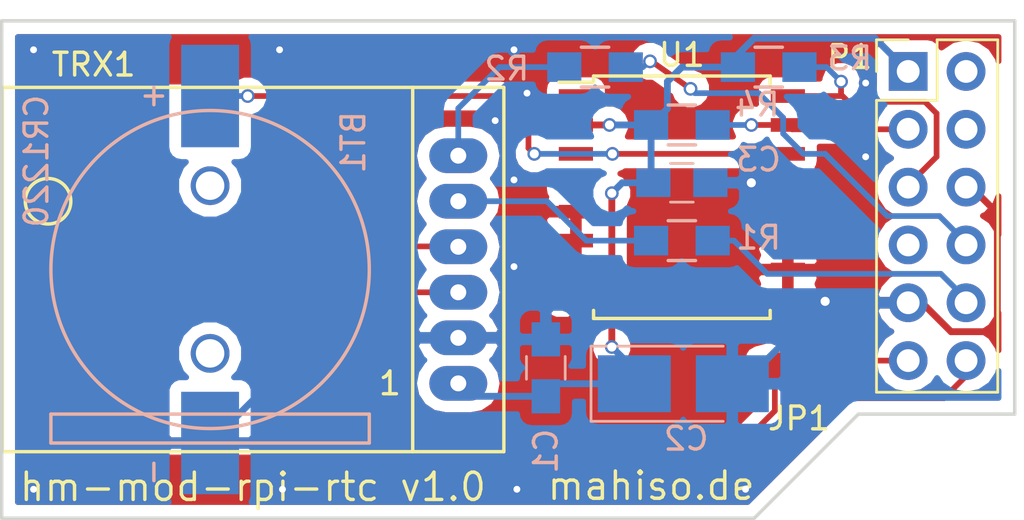
<source format=kicad_pcb>
(kicad_pcb (version 4) (host pcbnew 4.0.5-e0-6337~49~ubuntu14.04.1)

  (general
    (links 47)
    (no_connects 0)
    (area 130.258906 104.825 178.335952 128.887)
    (thickness 1.6)
    (drawings 8)
    (tracks 153)
    (zones 0)
    (modules 25)
    (nets 19)
  )

  (page A4)
  (layers
    (0 F.Cu signal)
    (31 B.Cu signal)
    (32 B.Adhes user)
    (33 F.Adhes user)
    (34 B.Paste user)
    (35 F.Paste user)
    (36 B.SilkS user)
    (37 F.SilkS user)
    (38 B.Mask user)
    (39 F.Mask user)
    (40 Dwgs.User user)
    (41 Cmts.User user)
    (42 Eco1.User user)
    (43 Eco2.User user)
    (44 Edge.Cuts user)
    (45 Margin user)
    (46 B.CrtYd user)
    (47 F.CrtYd user)
    (48 B.Fab user)
    (49 F.Fab user)
  )

  (setup
    (last_trace_width 0.25)
    (trace_clearance 0.2)
    (zone_clearance 0.508)
    (zone_45_only no)
    (trace_min 0.2)
    (segment_width 0.2)
    (edge_width 0.15)
    (via_size 0.6)
    (via_drill 0.4)
    (via_min_size 0.4)
    (via_min_drill 0.3)
    (uvia_size 0.3)
    (uvia_drill 0.1)
    (uvias_allowed no)
    (uvia_min_size 0.2)
    (uvia_min_drill 0.1)
    (pcb_text_width 0.3)
    (pcb_text_size 1.5 1.5)
    (mod_edge_width 0.15)
    (mod_text_size 1 1)
    (mod_text_width 0.15)
    (pad_size 0.6 0.6)
    (pad_drill 0.3)
    (pad_to_mask_clearance 0.2)
    (aux_axis_origin 0 0)
    (visible_elements FFFFFF7F)
    (pcbplotparams
      (layerselection 0x010f0_80000001)
      (usegerberextensions true)
      (excludeedgelayer true)
      (linewidth 0.100000)
      (plotframeref false)
      (viasonmask false)
      (mode 1)
      (useauxorigin false)
      (hpglpennumber 1)
      (hpglpenspeed 20)
      (hpglpendiameter 15)
      (hpglpenoverlay 2)
      (psnegative false)
      (psa4output false)
      (plotreference true)
      (plotvalue true)
      (plotinvisibletext false)
      (padsonsilk false)
      (subtractmaskfromsilk false)
      (outputformat 1)
      (mirror false)
      (drillshape 0)
      (scaleselection 1)
      (outputdirectory gerber-output/))
  )

  (net 0 "")
  (net 1 VCC)
  (net 2 GND)
  (net 3 /PROG)
  (net 4 "Net-(JP1-Pad2)")
  (net 5 "Net-(P1-Pad2)")
  (net 6 /SDA)
  (net 7 "Net-(P1-Pad4)")
  (net 8 /SCL)
  (net 9 "Net-(P1-Pad7)")
  (net 10 /RX)
  (net 11 /TX)
  (net 12 /RESET)
  (net 13 "Net-(R1-Pad2)")
  (net 14 "Net-(R2-Pad2)")
  (net 15 "Net-(U1-Pad1)")
  (net 16 "Net-(U1-Pad3)")
  (net 17 "Net-(U1-Pad4)")
  (net 18 "Net-(BT1-Pad1)")

  (net_class Default "This is the default net class."
    (clearance 0.2)
    (trace_width 0.25)
    (via_dia 0.6)
    (via_drill 0.4)
    (uvia_dia 0.3)
    (uvia_drill 0.1)
    (add_net /PROG)
    (add_net /RESET)
    (add_net /RX)
    (add_net /SCL)
    (add_net /SDA)
    (add_net /TX)
    (add_net "Net-(BT1-Pad1)")
    (add_net "Net-(JP1-Pad2)")
    (add_net "Net-(P1-Pad2)")
    (add_net "Net-(P1-Pad4)")
    (add_net "Net-(P1-Pad7)")
    (add_net "Net-(R1-Pad2)")
    (add_net "Net-(R2-Pad2)")
    (add_net "Net-(U1-Pad1)")
    (add_net "Net-(U1-Pad3)")
    (add_net "Net-(U1-Pad4)")
  )

  (net_class Power ""
    (clearance 0.25)
    (trace_width 0.3)
    (via_dia 0.6)
    (via_drill 0.4)
    (uvia_dia 0.3)
    (uvia_drill 0.1)
    (add_net GND)
    (add_net VCC)
  )

  (module hm-mod-uart:VIA-0.6mm (layer F.Cu) (tedit 58C46686) (tstamp 58C46E4C)
    (at 155.829 116.713)
    (fp_text reference REF** (at 0 1.27) (layer F.SilkS) hide
      (effects (font (size 1 1) (thickness 0.15)))
    )
    (fp_text value VIA-0.6mm (at 0 -1.27) (layer F.Fab) hide
      (effects (font (size 1 1) (thickness 0.15)))
    )
    (pad 1 thru_hole circle (at 0 0) (size 0.6 0.6) (drill 0.3) (layers *.Cu)
      (net 2 GND) (zone_connect 2))
  )

  (module hm-mod-uart:VIA-0.6mm (layer F.Cu) (tedit 58C46686) (tstamp 58C46DA9)
    (at 155.829 107.188)
    (fp_text reference REF** (at 0 1.27) (layer F.SilkS) hide
      (effects (font (size 1 1) (thickness 0.15)))
    )
    (fp_text value VIA-0.6mm (at 0 -1.27) (layer F.Fab) hide
      (effects (font (size 1 1) (thickness 0.15)))
    )
    (pad 1 thru_hole circle (at 0 0) (size 0.6 0.6) (drill 0.3) (layers *.Cu)
      (net 2 GND) (zone_connect 2))
  )

  (module hm-mod-uart:VIA-0.6mm (layer F.Cu) (tedit 58C46686) (tstamp 58C46D96)
    (at 145.542 107.188)
    (fp_text reference REF** (at 0 1.27) (layer F.SilkS) hide
      (effects (font (size 1 1) (thickness 0.15)))
    )
    (fp_text value VIA-0.6mm (at 0 -1.27) (layer F.Fab) hide
      (effects (font (size 1 1) (thickness 0.15)))
    )
    (pad 1 thru_hole circle (at 0 0) (size 0.6 0.6) (drill 0.3) (layers *.Cu)
      (net 2 GND) (zone_connect 2))
  )

  (module hm-mod-uart:VIA-0.6mm (layer F.Cu) (tedit 58C46686) (tstamp 58C46D89)
    (at 134.747 107.188)
    (fp_text reference REF** (at 0 1.27) (layer F.SilkS) hide
      (effects (font (size 1 1) (thickness 0.15)))
    )
    (fp_text value VIA-0.6mm (at 0 -1.27) (layer F.Fab) hide
      (effects (font (size 1 1) (thickness 0.15)))
    )
    (pad 1 thru_hole circle (at 0 0) (size 0.6 0.6) (drill 0.3) (layers *.Cu)
      (net 2 GND) (zone_connect 2))
  )

  (module hm-mod-uart:VIA-0.6mm (layer F.Cu) (tedit 58C46686) (tstamp 58C46D58)
    (at 134.747 126.492)
    (fp_text reference REF** (at 0 1.27) (layer F.SilkS) hide
      (effects (font (size 1 1) (thickness 0.15)))
    )
    (fp_text value VIA-0.6mm (at 0 -1.27) (layer F.Fab) hide
      (effects (font (size 1 1) (thickness 0.15)))
    )
    (pad 1 thru_hole circle (at 0 0) (size 0.6 0.6) (drill 0.3) (layers *.Cu)
      (net 2 GND) (zone_connect 2))
  )

  (module hm-mod-uart:VIA-0.6mm (layer F.Cu) (tedit 58C46686) (tstamp 58C46D30)
    (at 145.669 126.492)
    (fp_text reference REF** (at 0 1.27) (layer F.SilkS) hide
      (effects (font (size 1 1) (thickness 0.15)))
    )
    (fp_text value VIA-0.6mm (at 0 -1.27) (layer F.Fab) hide
      (effects (font (size 1 1) (thickness 0.15)))
    )
    (pad 1 thru_hole circle (at 0 0) (size 0.6 0.6) (drill 0.3) (layers *.Cu)
      (net 2 GND) (zone_connect 2))
  )

  (module hm-mod-uart:VIA-0.6mm (layer F.Cu) (tedit 58C46686) (tstamp 58C46D26)
    (at 155.956 126.492)
    (fp_text reference REF** (at 0 1.27) (layer F.SilkS) hide
      (effects (font (size 1 1) (thickness 0.15)))
    )
    (fp_text value VIA-0.6mm (at 0 -1.27) (layer F.Fab) hide
      (effects (font (size 1 1) (thickness 0.15)))
    )
    (pad 1 thru_hole circle (at 0 0) (size 0.6 0.6) (drill 0.3) (layers *.Cu)
      (net 2 GND) (zone_connect 2))
  )

  (module hm-mod-uart:VIA-0.6mm (layer F.Cu) (tedit 58C46686) (tstamp 58C46CE0)
    (at 165.989 126.492)
    (fp_text reference REF** (at 0 1.27) (layer F.SilkS) hide
      (effects (font (size 1 1) (thickness 0.15)))
    )
    (fp_text value VIA-0.6mm (at 0 -1.27) (layer F.Fab) hide
      (effects (font (size 1 1) (thickness 0.15)))
    )
    (pad 1 thru_hole circle (at 0 0) (size 0.6 0.6) (drill 0.3) (layers *.Cu)
      (net 2 GND) (zone_connect 2))
  )

  (module hm-mod-uart:VIA-0.6mm (layer F.Cu) (tedit 58C46686) (tstamp 58C46947)
    (at 171.2595 111.887)
    (fp_text reference REF** (at 0 1.27) (layer F.SilkS) hide
      (effects (font (size 1 1) (thickness 0.15)))
    )
    (fp_text value VIA-0.6mm (at 0 -1.27) (layer F.Fab) hide
      (effects (font (size 1 1) (thickness 0.15)))
    )
    (pad 1 thru_hole circle (at 0 0) (size 0.6 0.6) (drill 0.3) (layers *.Cu)
      (net 2 GND) (zone_connect 2))
  )

  (module hm-mod-uart:VIA-0.6mm (layer F.Cu) (tedit 58C46686) (tstamp 58C46777)
    (at 171.2595 108.6485)
    (fp_text reference REF** (at 0 1.27) (layer F.SilkS) hide
      (effects (font (size 1 1) (thickness 0.15)))
    )
    (fp_text value VIA-0.6mm (at 0 -1.27) (layer F.Fab) hide
      (effects (font (size 1 1) (thickness 0.15)))
    )
    (pad 1 thru_hole circle (at 0 0) (size 0.6 0.6) (drill 0.3) (layers *.Cu)
      (net 2 GND) (zone_connect 2))
  )

  (module hm-mod-uart:VIA-0.6mm (layer F.Cu) (tedit 58C46686) (tstamp 58C466E6)
    (at 156.4005 109.093)
    (fp_text reference REF** (at 0 1.27) (layer F.SilkS) hide
      (effects (font (size 1 1) (thickness 0.15)))
    )
    (fp_text value VIA-0.6mm (at 0 -1.27) (layer F.Fab) hide
      (effects (font (size 1 1) (thickness 0.15)))
    )
    (pad 1 thru_hole circle (at 0 0) (size 0.6 0.6) (drill 0.3) (layers *.Cu)
      (net 2 GND) (zone_connect 2))
  )

  (module hm-mod-uart:VIA-0.6mm (layer F.Cu) (tedit 58C46686) (tstamp 58C466BB)
    (at 155.0035 110.2995)
    (fp_text reference REF** (at 0 1.27) (layer F.SilkS) hide
      (effects (font (size 1 1) (thickness 0.15)))
    )
    (fp_text value VIA-0.6mm (at 0 -1.27) (layer F.Fab) hide
      (effects (font (size 1 1) (thickness 0.15)))
    )
    (pad 1 thru_hole circle (at 0 0) (size 0.6 0.6) (drill 0.3) (layers *.Cu)
      (net 2 GND) (zone_connect 2))
  )

  (module Capacitors_SMD:C_0805_HandSoldering (layer B.Cu) (tedit 58C54E33) (tstamp 589B691B)
    (at 157.226 121.158 90)
    (descr "Capacitor SMD 0805, hand soldering")
    (tags "capacitor 0805")
    (path /5898AD8E)
    (attr smd)
    (fp_text reference C1 (at -3.6576 0 90) (layer B.SilkS)
      (effects (font (size 1 1) (thickness 0.15)) (justify mirror))
    )
    (fp_text value 100n (at 0 -2.1 90) (layer B.Fab)
      (effects (font (size 1 1) (thickness 0.15)) (justify mirror))
    )
    (fp_line (start -1 -0.625) (end -1 0.625) (layer B.Fab) (width 0.1))
    (fp_line (start 1 -0.625) (end -1 -0.625) (layer B.Fab) (width 0.1))
    (fp_line (start 1 0.625) (end 1 -0.625) (layer B.Fab) (width 0.1))
    (fp_line (start -1 0.625) (end 1 0.625) (layer B.Fab) (width 0.1))
    (fp_line (start -2.3 1) (end 2.3 1) (layer B.CrtYd) (width 0.05))
    (fp_line (start -2.3 -1) (end 2.3 -1) (layer B.CrtYd) (width 0.05))
    (fp_line (start -2.3 1) (end -2.3 -1) (layer B.CrtYd) (width 0.05))
    (fp_line (start 2.3 1) (end 2.3 -1) (layer B.CrtYd) (width 0.05))
    (fp_line (start 0.5 0.85) (end -0.5 0.85) (layer B.SilkS) (width 0.12))
    (fp_line (start -0.5 -0.85) (end 0.5 -0.85) (layer B.SilkS) (width 0.12))
    (pad 1 smd rect (at -1.25 0 90) (size 1.5 1.25) (layers B.Cu B.Paste B.Mask)
      (net 1 VCC))
    (pad 2 smd rect (at 1.25 0 90) (size 1.5 1.25) (layers B.Cu B.Paste B.Mask)
      (net 2 GND))
    (model Capacitors_SMD.3dshapes/C_0805_HandSoldering.wrl
      (at (xyz 0 0 0))
      (scale (xyz 1 1 1))
      (rotate (xyz 0 0 0))
    )
  )

  (module Capacitors_SMD:C_0805_HandSoldering (layer B.Cu) (tedit 58C45D55) (tstamp 589B6921)
    (at 163.195 113.03)
    (descr "Capacitor SMD 0805, hand soldering")
    (tags "capacitor 0805")
    (path /589B4D69)
    (attr smd)
    (fp_text reference C3 (at 3.3655 -1.016) (layer B.SilkS)
      (effects (font (size 1 1) (thickness 0.15)) (justify mirror))
    )
    (fp_text value 100n (at 0 -2.1) (layer B.Fab)
      (effects (font (size 1 1) (thickness 0.15)) (justify mirror))
    )
    (fp_line (start -1 -0.625) (end -1 0.625) (layer B.Fab) (width 0.1))
    (fp_line (start 1 -0.625) (end -1 -0.625) (layer B.Fab) (width 0.1))
    (fp_line (start 1 0.625) (end 1 -0.625) (layer B.Fab) (width 0.1))
    (fp_line (start -1 0.625) (end 1 0.625) (layer B.Fab) (width 0.1))
    (fp_line (start -2.3 1) (end 2.3 1) (layer B.CrtYd) (width 0.05))
    (fp_line (start -2.3 -1) (end 2.3 -1) (layer B.CrtYd) (width 0.05))
    (fp_line (start -2.3 1) (end -2.3 -1) (layer B.CrtYd) (width 0.05))
    (fp_line (start 2.3 1) (end 2.3 -1) (layer B.CrtYd) (width 0.05))
    (fp_line (start 0.5 0.85) (end -0.5 0.85) (layer B.SilkS) (width 0.12))
    (fp_line (start -0.5 -0.85) (end 0.5 -0.85) (layer B.SilkS) (width 0.12))
    (pad 1 smd rect (at -1.25 0) (size 1.5 1.25) (layers B.Cu B.Paste B.Mask)
      (net 1 VCC))
    (pad 2 smd rect (at 1.25 0) (size 1.5 1.25) (layers B.Cu B.Paste B.Mask)
      (net 2 GND))
    (model Capacitors_SMD.3dshapes/C_0805_HandSoldering.wrl
      (at (xyz 0 0 0))
      (scale (xyz 1 1 1))
      (rotate (xyz 0 0 0))
    )
  )

  (module hm-mod-uart:solder_jumper (layer F.Cu) (tedit 58C459D9) (tstamp 589B6927)
    (at 168.275 121.285 180)
    (path /5898ADED)
    (fp_text reference JP1 (at -0.0635 -2.0955 180) (layer F.SilkS)
      (effects (font (size 1 1) (thickness 0.15)))
    )
    (fp_text value Prog (at 0 2 180) (layer F.Fab)
      (effects (font (size 1 1) (thickness 0.15)))
    )
    (pad 1 smd trapezoid (at -1 0 180) (size 1.5 1.5) (rect_delta -0.4 0 ) (layers F.Cu F.Paste F.Mask)
      (net 3 /PROG))
    (pad 2 smd trapezoid (at 1 0 180) (size 1.5 1.5) (rect_delta 0.4 0 ) (layers F.Cu F.Paste F.Mask)
      (net 4 "Net-(JP1-Pad2)"))
  )

  (module Pin_Headers:Pin_Header_Straight_2x06_Pitch2.54mm (layer F.Cu) (tedit 58C45B66) (tstamp 589B6937)
    (at 173.125476 108.14)
    (descr "Through hole straight pin header, 2x06, 2.54mm pitch, double rows")
    (tags "Through hole pin header THT 2x06 2.54mm double row")
    (path /5898AC22)
    (fp_text reference P1 (at -2.564476 -0.6345) (layer F.SilkS)
      (effects (font (size 1 1) (thickness 0.15)))
    )
    (fp_text value "RPI CONN" (at 1.27 15.09) (layer F.Fab)
      (effects (font (size 1 1) (thickness 0.15)))
    )
    (fp_line (start -1.27 -1.27) (end -1.27 13.97) (layer F.Fab) (width 0.1))
    (fp_line (start -1.27 13.97) (end 3.81 13.97) (layer F.Fab) (width 0.1))
    (fp_line (start 3.81 13.97) (end 3.81 -1.27) (layer F.Fab) (width 0.1))
    (fp_line (start 3.81 -1.27) (end -1.27 -1.27) (layer F.Fab) (width 0.1))
    (fp_line (start -1.39 1.27) (end -1.39 14.09) (layer F.SilkS) (width 0.12))
    (fp_line (start -1.39 14.09) (end 3.93 14.09) (layer F.SilkS) (width 0.12))
    (fp_line (start 3.93 14.09) (end 3.93 -1.39) (layer F.SilkS) (width 0.12))
    (fp_line (start 3.93 -1.39) (end 1.27 -1.39) (layer F.SilkS) (width 0.12))
    (fp_line (start 1.27 -1.39) (end 1.27 1.27) (layer F.SilkS) (width 0.12))
    (fp_line (start 1.27 1.27) (end -1.39 1.27) (layer F.SilkS) (width 0.12))
    (fp_line (start -1.39 0) (end -1.39 -1.39) (layer F.SilkS) (width 0.12))
    (fp_line (start -1.39 -1.39) (end 0 -1.39) (layer F.SilkS) (width 0.12))
    (fp_line (start -1.6 -1.6) (end -1.6 14.3) (layer F.CrtYd) (width 0.05))
    (fp_line (start -1.6 14.3) (end 4.1 14.3) (layer F.CrtYd) (width 0.05))
    (fp_line (start 4.1 14.3) (end 4.1 -1.6) (layer F.CrtYd) (width 0.05))
    (fp_line (start 4.1 -1.6) (end -1.6 -1.6) (layer F.CrtYd) (width 0.05))
    (pad 1 thru_hole rect (at 0 0) (size 1.7 1.7) (drill 1) (layers *.Cu *.Mask)
      (net 1 VCC))
    (pad 2 thru_hole oval (at 2.54 0) (size 1.7 1.7) (drill 1) (layers *.Cu *.Mask)
      (net 5 "Net-(P1-Pad2)"))
    (pad 3 thru_hole oval (at 0 2.54) (size 1.7 1.7) (drill 1) (layers *.Cu *.Mask)
      (net 6 /SDA))
    (pad 4 thru_hole oval (at 2.54 2.54) (size 1.7 1.7) (drill 1) (layers *.Cu *.Mask)
      (net 7 "Net-(P1-Pad4)"))
    (pad 5 thru_hole oval (at 0 5.08) (size 1.7 1.7) (drill 1) (layers *.Cu *.Mask)
      (net 8 /SCL))
    (pad 6 thru_hole oval (at 2.54 5.08) (size 1.7 1.7) (drill 1) (layers *.Cu *.Mask)
      (net 2 GND))
    (pad 7 thru_hole oval (at 0 7.62) (size 1.7 1.7) (drill 1) (layers *.Cu *.Mask)
      (net 9 "Net-(P1-Pad7)"))
    (pad 8 thru_hole oval (at 2.54 7.62) (size 1.7 1.7) (drill 1) (layers *.Cu *.Mask)
      (net 10 /RX))
    (pad 9 thru_hole oval (at 0 10.16) (size 1.7 1.7) (drill 1) (layers *.Cu *.Mask)
      (net 2 GND))
    (pad 10 thru_hole oval (at 2.54 10.16) (size 1.7 1.7) (drill 1) (layers *.Cu *.Mask)
      (net 11 /TX))
    (pad 11 thru_hole oval (at 0 12.7) (size 1.7 1.7) (drill 1) (layers *.Cu *.Mask)
      (net 3 /PROG))
    (pad 12 thru_hole oval (at 2.54 12.7) (size 1.7 1.7) (drill 1) (layers *.Cu *.Mask)
      (net 12 /RESET))
    (model Pin_Headers.3dshapes/Pin_Header_Straight_2x06_Pitch2.54mm.wrl
      (at (xyz 0.05 -0.25 0))
      (scale (xyz 1 1 1))
      (rotate (xyz 0 0 90))
    )
  )

  (module Resistors_SMD:R_0805_HandSoldering (layer B.Cu) (tedit 58C45D10) (tstamp 589B693D)
    (at 163.195 115.57 180)
    (descr "Resistor SMD 0805, hand soldering")
    (tags "resistor 0805")
    (path /5898ACEE)
    (attr smd)
    (fp_text reference R1 (at -3.3655 0.127 180) (layer B.SilkS)
      (effects (font (size 1 1) (thickness 0.15)) (justify mirror))
    )
    (fp_text value 1k (at 0 -2.1 180) (layer B.Fab)
      (effects (font (size 1 1) (thickness 0.15)) (justify mirror))
    )
    (fp_line (start -1 -0.625) (end -1 0.625) (layer B.Fab) (width 0.1))
    (fp_line (start 1 -0.625) (end -1 -0.625) (layer B.Fab) (width 0.1))
    (fp_line (start 1 0.625) (end 1 -0.625) (layer B.Fab) (width 0.1))
    (fp_line (start -1 0.625) (end 1 0.625) (layer B.Fab) (width 0.1))
    (fp_line (start -2.4 1) (end 2.4 1) (layer B.CrtYd) (width 0.05))
    (fp_line (start -2.4 -1) (end 2.4 -1) (layer B.CrtYd) (width 0.05))
    (fp_line (start -2.4 1) (end -2.4 -1) (layer B.CrtYd) (width 0.05))
    (fp_line (start 2.4 1) (end 2.4 -1) (layer B.CrtYd) (width 0.05))
    (fp_line (start 0.6 -0.875) (end -0.6 -0.875) (layer B.SilkS) (width 0.15))
    (fp_line (start -0.6 0.875) (end 0.6 0.875) (layer B.SilkS) (width 0.15))
    (pad 1 smd rect (at -1.35 0 180) (size 1.5 1.3) (layers B.Cu B.Paste B.Mask)
      (net 11 /TX))
    (pad 2 smd rect (at 1.35 0 180) (size 1.5 1.3) (layers B.Cu B.Paste B.Mask)
      (net 13 "Net-(R1-Pad2)"))
    (model Resistors_SMD.3dshapes/R_0805_HandSoldering.wrl
      (at (xyz 0 0 0))
      (scale (xyz 1 1 1))
      (rotate (xyz 0 0 0))
    )
  )

  (module Resistors_SMD:R_0805_HandSoldering (layer B.Cu) (tedit 58C45CB1) (tstamp 589B6943)
    (at 159.385 107.95 180)
    (descr "Resistor SMD 0805, hand soldering")
    (tags "resistor 0805")
    (path /5898ACA7)
    (attr smd)
    (fp_text reference R2 (at 3.8735 -0.0635 180) (layer B.SilkS)
      (effects (font (size 1 1) (thickness 0.15)) (justify mirror))
    )
    (fp_text value 1k (at 0 -2.1 180) (layer B.Fab)
      (effects (font (size 1 1) (thickness 0.15)) (justify mirror))
    )
    (fp_line (start -1 -0.625) (end -1 0.625) (layer B.Fab) (width 0.1))
    (fp_line (start 1 -0.625) (end -1 -0.625) (layer B.Fab) (width 0.1))
    (fp_line (start 1 0.625) (end 1 -0.625) (layer B.Fab) (width 0.1))
    (fp_line (start -1 0.625) (end 1 0.625) (layer B.Fab) (width 0.1))
    (fp_line (start -2.4 1) (end 2.4 1) (layer B.CrtYd) (width 0.05))
    (fp_line (start -2.4 -1) (end 2.4 -1) (layer B.CrtYd) (width 0.05))
    (fp_line (start -2.4 1) (end -2.4 -1) (layer B.CrtYd) (width 0.05))
    (fp_line (start 2.4 1) (end 2.4 -1) (layer B.CrtYd) (width 0.05))
    (fp_line (start 0.6 -0.875) (end -0.6 -0.875) (layer B.SilkS) (width 0.15))
    (fp_line (start -0.6 0.875) (end 0.6 0.875) (layer B.SilkS) (width 0.15))
    (pad 1 smd rect (at -1.35 0 180) (size 1.5 1.3) (layers B.Cu B.Paste B.Mask)
      (net 10 /RX))
    (pad 2 smd rect (at 1.35 0 180) (size 1.5 1.3) (layers B.Cu B.Paste B.Mask)
      (net 14 "Net-(R2-Pad2)"))
    (model Resistors_SMD.3dshapes/R_0805_HandSoldering.wrl
      (at (xyz 0 0 0))
      (scale (xyz 1 1 1))
      (rotate (xyz 0 0 0))
    )
  )

  (module Resistors_SMD:R_0805_HandSoldering (layer B.Cu) (tedit 58C45D80) (tstamp 589B6949)
    (at 167.005 107.95)
    (descr "Resistor SMD 0805, hand soldering")
    (tags "resistor 0805")
    (path /589B47D7)
    (attr smd)
    (fp_text reference R3 (at 3.556 -0.381) (layer B.SilkS)
      (effects (font (size 1 1) (thickness 0.15)) (justify mirror))
    )
    (fp_text value 4.7K (at 0 -2.1) (layer B.Fab)
      (effects (font (size 1 1) (thickness 0.15)) (justify mirror))
    )
    (fp_line (start -1 -0.625) (end -1 0.625) (layer B.Fab) (width 0.1))
    (fp_line (start 1 -0.625) (end -1 -0.625) (layer B.Fab) (width 0.1))
    (fp_line (start 1 0.625) (end 1 -0.625) (layer B.Fab) (width 0.1))
    (fp_line (start -1 0.625) (end 1 0.625) (layer B.Fab) (width 0.1))
    (fp_line (start -2.4 1) (end 2.4 1) (layer B.CrtYd) (width 0.05))
    (fp_line (start -2.4 -1) (end 2.4 -1) (layer B.CrtYd) (width 0.05))
    (fp_line (start -2.4 1) (end -2.4 -1) (layer B.CrtYd) (width 0.05))
    (fp_line (start 2.4 1) (end 2.4 -1) (layer B.CrtYd) (width 0.05))
    (fp_line (start 0.6 -0.875) (end -0.6 -0.875) (layer B.SilkS) (width 0.15))
    (fp_line (start -0.6 0.875) (end 0.6 0.875) (layer B.SilkS) (width 0.15))
    (pad 1 smd rect (at -1.35 0) (size 1.5 1.3) (layers B.Cu B.Paste B.Mask)
      (net 1 VCC))
    (pad 2 smd rect (at 1.35 0) (size 1.5 1.3) (layers B.Cu B.Paste B.Mask)
      (net 8 /SCL))
    (model Resistors_SMD.3dshapes/R_0805_HandSoldering.wrl
      (at (xyz 0 0 0))
      (scale (xyz 1 1 1))
      (rotate (xyz 0 0 0))
    )
  )

  (module Resistors_SMD:R_0805_HandSoldering (layer B.Cu) (tedit 58C45D4B) (tstamp 589B694F)
    (at 163.195 110.49)
    (descr "Resistor SMD 0805, hand soldering")
    (tags "resistor 0805")
    (path /589B482E)
    (attr smd)
    (fp_text reference R4 (at 3.302 -0.889) (layer B.SilkS)
      (effects (font (size 1 1) (thickness 0.15)) (justify mirror))
    )
    (fp_text value 4.7K (at 0 -2.1) (layer B.Fab)
      (effects (font (size 1 1) (thickness 0.15)) (justify mirror))
    )
    (fp_line (start -1 -0.625) (end -1 0.625) (layer B.Fab) (width 0.1))
    (fp_line (start 1 -0.625) (end -1 -0.625) (layer B.Fab) (width 0.1))
    (fp_line (start 1 0.625) (end 1 -0.625) (layer B.Fab) (width 0.1))
    (fp_line (start -1 0.625) (end 1 0.625) (layer B.Fab) (width 0.1))
    (fp_line (start -2.4 1) (end 2.4 1) (layer B.CrtYd) (width 0.05))
    (fp_line (start -2.4 -1) (end 2.4 -1) (layer B.CrtYd) (width 0.05))
    (fp_line (start -2.4 1) (end -2.4 -1) (layer B.CrtYd) (width 0.05))
    (fp_line (start 2.4 1) (end 2.4 -1) (layer B.CrtYd) (width 0.05))
    (fp_line (start 0.6 -0.875) (end -0.6 -0.875) (layer B.SilkS) (width 0.15))
    (fp_line (start -0.6 0.875) (end 0.6 0.875) (layer B.SilkS) (width 0.15))
    (pad 1 smd rect (at -1.35 0) (size 1.5 1.3) (layers B.Cu B.Paste B.Mask)
      (net 1 VCC))
    (pad 2 smd rect (at 1.35 0) (size 1.5 1.3) (layers B.Cu B.Paste B.Mask)
      (net 6 /SDA))
    (model Resistors_SMD.3dshapes/R_0805_HandSoldering.wrl
      (at (xyz 0 0 0))
      (scale (xyz 1 1 1))
      (rotate (xyz 0 0 0))
    )
  )

  (module hm-mod-uart:HM-MOD-UART (layer F.Cu) (tedit 5899FE74) (tstamp 589B6959)
    (at 151.384 116.84)
    (path /5899ED46)
    (fp_text reference TRX1 (at -14 -9) (layer F.SilkS)
      (effects (font (size 1 1) (thickness 0.15)))
    )
    (fp_text value HM-MOD-UART (at -9 6) (layer F.Fab)
      (effects (font (size 1 1) (thickness 0.15)))
    )
    (fp_text user 1 (at -1 5) (layer F.SilkS)
      (effects (font (size 1 1) (thickness 0.15)))
    )
    (fp_line (start 0 -8) (end 0 8) (layer F.SilkS) (width 0.15))
    (fp_circle (center -16 -3) (end -17 -3) (layer F.SilkS) (width 0.15))
    (fp_line (start 4 8) (end 4 -8) (layer F.SilkS) (width 0.15))
    (fp_line (start 4 -8) (end -18 -8) (layer F.SilkS) (width 0.15))
    (fp_line (start -18 -8) (end -18 8) (layer F.SilkS) (width 0.15))
    (fp_line (start -18 8) (end 4 8) (layer F.SilkS) (width 0.15))
    (pad 6 thru_hole oval (at 2 -5) (size 2.54 1.524) (drill 0.7) (layers *.Cu *.Mask)
      (net 14 "Net-(R2-Pad2)"))
    (pad 5 thru_hole oval (at 2 -3) (size 2.54 1.524) (drill 0.7) (layers *.Cu *.Mask)
      (net 13 "Net-(R1-Pad2)"))
    (pad 4 thru_hole oval (at 2 -1) (size 2.54 1.524) (drill 0.7) (layers *.Cu *.Mask)
      (net 12 /RESET))
    (pad 3 thru_hole oval (at 2 1) (size 2.54 1.524) (drill 0.7) (layers *.Cu *.Mask)
      (net 4 "Net-(JP1-Pad2)"))
    (pad 2 thru_hole oval (at 2 3) (size 2.54 1.524) (drill 0.7) (layers *.Cu *.Mask)
      (net 2 GND))
    (pad 1 thru_hole oval (at 2 5) (size 2.54 1.524) (drill 0.7) (layers *.Cu *.Mask)
      (net 1 VCC))
  )

  (module Housings_SOIC:SOIC-16W_7.5x10.3mm_Pitch1.27mm (layer F.Cu) (tedit 574D96A0) (tstamp 589B696D)
    (at 163.195 113.665)
    (descr "16-Lead Plastic Small Outline (SO) - Wide, 7.50 mm Body [SOIC] (see Microchip Packaging Specification 00000049BS.pdf)")
    (tags "SOIC 1.27")
    (path /589B471C)
    (attr smd)
    (fp_text reference U1 (at 0 -6.25) (layer F.SilkS)
      (effects (font (size 1 1) (thickness 0.15)))
    )
    (fp_text value DS3231 (at 0 6.25) (layer F.Fab)
      (effects (font (size 1 1) (thickness 0.15)))
    )
    (fp_line (start -2.75 -5.15) (end 3.75 -5.15) (layer F.Fab) (width 0.15))
    (fp_line (start 3.75 -5.15) (end 3.75 5.15) (layer F.Fab) (width 0.15))
    (fp_line (start 3.75 5.15) (end -3.75 5.15) (layer F.Fab) (width 0.15))
    (fp_line (start -3.75 5.15) (end -3.75 -4.15) (layer F.Fab) (width 0.15))
    (fp_line (start -3.75 -4.15) (end -2.75 -5.15) (layer F.Fab) (width 0.15))
    (fp_line (start -5.65 -5.5) (end -5.65 5.5) (layer F.CrtYd) (width 0.05))
    (fp_line (start 5.65 -5.5) (end 5.65 5.5) (layer F.CrtYd) (width 0.05))
    (fp_line (start -5.65 -5.5) (end 5.65 -5.5) (layer F.CrtYd) (width 0.05))
    (fp_line (start -5.65 5.5) (end 5.65 5.5) (layer F.CrtYd) (width 0.05))
    (fp_line (start -3.875 -5.325) (end -3.875 -5.05) (layer F.SilkS) (width 0.15))
    (fp_line (start 3.875 -5.325) (end 3.875 -4.97) (layer F.SilkS) (width 0.15))
    (fp_line (start 3.875 5.325) (end 3.875 4.97) (layer F.SilkS) (width 0.15))
    (fp_line (start -3.875 5.325) (end -3.875 4.97) (layer F.SilkS) (width 0.15))
    (fp_line (start -3.875 -5.325) (end 3.875 -5.325) (layer F.SilkS) (width 0.15))
    (fp_line (start -3.875 5.325) (end 3.875 5.325) (layer F.SilkS) (width 0.15))
    (fp_line (start -3.875 -5.05) (end -5.4 -5.05) (layer F.SilkS) (width 0.15))
    (pad 1 smd rect (at -4.65 -4.445) (size 1.5 0.6) (layers F.Cu F.Paste F.Mask)
      (net 15 "Net-(U1-Pad1)"))
    (pad 2 smd rect (at -4.65 -3.175) (size 1.5 0.6) (layers F.Cu F.Paste F.Mask)
      (net 1 VCC))
    (pad 3 smd rect (at -4.65 -1.905) (size 1.5 0.6) (layers F.Cu F.Paste F.Mask)
      (net 16 "Net-(U1-Pad3)"))
    (pad 4 smd rect (at -4.65 -0.635) (size 1.5 0.6) (layers F.Cu F.Paste F.Mask)
      (net 17 "Net-(U1-Pad4)"))
    (pad 5 smd rect (at -4.65 0.635) (size 1.5 0.6) (layers F.Cu F.Paste F.Mask)
      (net 2 GND))
    (pad 6 smd rect (at -4.65 1.905) (size 1.5 0.6) (layers F.Cu F.Paste F.Mask)
      (net 2 GND))
    (pad 7 smd rect (at -4.65 3.175) (size 1.5 0.6) (layers F.Cu F.Paste F.Mask)
      (net 2 GND))
    (pad 8 smd rect (at -4.65 4.445) (size 1.5 0.6) (layers F.Cu F.Paste F.Mask)
      (net 2 GND))
    (pad 9 smd rect (at 4.65 4.445) (size 1.5 0.6) (layers F.Cu F.Paste F.Mask)
      (net 2 GND))
    (pad 10 smd rect (at 4.65 3.175) (size 1.5 0.6) (layers F.Cu F.Paste F.Mask)
      (net 2 GND))
    (pad 11 smd rect (at 4.65 1.905) (size 1.5 0.6) (layers F.Cu F.Paste F.Mask)
      (net 2 GND))
    (pad 12 smd rect (at 4.65 0.635) (size 1.5 0.6) (layers F.Cu F.Paste F.Mask)
      (net 2 GND))
    (pad 13 smd rect (at 4.65 -0.635) (size 1.5 0.6) (layers F.Cu F.Paste F.Mask)
      (net 2 GND))
    (pad 14 smd rect (at 4.65 -1.905) (size 1.5 0.6) (layers F.Cu F.Paste F.Mask)
      (net 18 "Net-(BT1-Pad1)"))
    (pad 15 smd rect (at 4.65 -3.175) (size 1.5 0.6) (layers F.Cu F.Paste F.Mask)
      (net 6 /SDA))
    (pad 16 smd rect (at 4.65 -4.445) (size 1.5 0.6) (layers F.Cu F.Paste F.Mask)
      (net 8 /SCL))
    (model Housings_SOIC.3dshapes/SOIC-16_7.5x10.3mm_Pitch1.27mm.wrl
      (at (xyz 0 0 0))
      (scale (xyz 1 1 1))
      (rotate (xyz 0 0 0))
    )
  )

  (module hm-mod-uart:CR1220_holder (layer B.Cu) (tedit 58C45DBE) (tstamp 58C4443A)
    (at 142.494 116.84 90)
    (descr "CR1220 holder footprint")
    (tags "CR1220 holder")
    (path /589B4F9E)
    (fp_text reference BT1 (at 5.588 6.2865 90) (layer B.SilkS)
      (effects (font (size 1 1) (thickness 0.15)) (justify mirror))
    )
    (fp_text value CR1220 (at 0 -2.54 90) (layer B.Fab)
      (effects (font (size 1 1) (thickness 0.15)) (justify mirror))
    )
    (fp_text user CR1220 (at 4.7625 -7.62 90) (layer B.SilkS)
      (effects (font (size 1 1) (thickness 0.15)) (justify mirror))
    )
    (fp_text user - (at -8.89 -2.54 90) (layer B.SilkS)
      (effects (font (size 1 1) (thickness 0.15)) (justify mirror))
    )
    (fp_text user + (at 7.62 -2.54 90) (layer B.SilkS)
      (effects (font (size 1 1) (thickness 0.15)) (justify mirror))
    )
    (fp_line (start -7.62 6.985) (end -7.62 -6.985) (layer B.SilkS) (width 0.15))
    (fp_line (start -7.62 -6.985) (end -6.35 -6.985) (layer B.SilkS) (width 0.15))
    (fp_line (start -6.35 -6.985) (end -6.35 6.985) (layer B.SilkS) (width 0.15))
    (fp_line (start -6.35 6.985) (end -7.62 6.985) (layer B.SilkS) (width 0.15))
    (fp_circle (center 0 0) (end 6.985 0) (layer B.SilkS) (width 0.15))
    (pad "" np_thru_hole circle (at 3.683 0 90) (size 1.7 1.7) (drill 1.25) (layers *.Cu *.Mask))
    (pad "" np_thru_hole circle (at -3.683 0 90) (size 1.7 1.7) (drill 1.25) (layers *.Cu *.Mask))
    (pad 2 smd rect (at -7.62 0 90) (size 4.5 2.54) (layers B.Cu B.Paste B.Mask)
      (net 2 GND))
    (pad 1 smd rect (at 7.62 0 90) (size 4.5 2.54) (layers B.Cu B.Paste B.Mask)
      (net 18 "Net-(BT1-Pad1)"))
  )

  (module Capacitors_Tantalum_SMD:CP_Tantalum_Case-B_EIA-3528-21_Hand (layer B.Cu) (tedit 58C45CCE) (tstamp 58C4580F)
    (at 163.2585 121.8565)
    (descr "Tantalum capacitor, Case B, EIA 3528-21, 3.5x2.8x1.9mm, Hand soldering footprint")
    (tags "capacitor tantalum smd")
    (path /5898AD15)
    (attr smd)
    (fp_text reference C2 (at 0.127 2.413) (layer B.SilkS)
      (effects (font (size 1 1) (thickness 0.15)) (justify mirror))
    )
    (fp_text value 100u/10V (at 0 -3.15) (layer B.Fab)
      (effects (font (size 1 1) (thickness 0.15)) (justify mirror))
    )
    (fp_line (start -4.15 1.75) (end -4.15 -1.75) (layer B.CrtYd) (width 0.05))
    (fp_line (start -4.15 -1.75) (end 4.15 -1.75) (layer B.CrtYd) (width 0.05))
    (fp_line (start 4.15 -1.75) (end 4.15 1.75) (layer B.CrtYd) (width 0.05))
    (fp_line (start 4.15 1.75) (end -4.15 1.75) (layer B.CrtYd) (width 0.05))
    (fp_line (start -1.75 1.4) (end -1.75 -1.4) (layer B.Fab) (width 0.1))
    (fp_line (start -1.75 -1.4) (end 1.75 -1.4) (layer B.Fab) (width 0.1))
    (fp_line (start 1.75 -1.4) (end 1.75 1.4) (layer B.Fab) (width 0.1))
    (fp_line (start 1.75 1.4) (end -1.75 1.4) (layer B.Fab) (width 0.1))
    (fp_line (start -1.4 1.4) (end -1.4 -1.4) (layer B.Fab) (width 0.1))
    (fp_line (start -1.225 1.4) (end -1.225 -1.4) (layer B.Fab) (width 0.1))
    (fp_line (start -4.05 1.65) (end 1.75 1.65) (layer B.SilkS) (width 0.12))
    (fp_line (start -4.05 -1.65) (end 1.75 -1.65) (layer B.SilkS) (width 0.12))
    (fp_line (start -4.05 1.65) (end -4.05 -1.65) (layer B.SilkS) (width 0.12))
    (pad 1 smd rect (at -2.15 0) (size 3.2 2.5) (layers B.Cu B.Paste B.Mask)
      (net 1 VCC))
    (pad 2 smd rect (at 2.15 0) (size 3.2 2.5) (layers B.Cu B.Paste B.Mask)
      (net 2 GND))
    (model Capacitors_Tantalum_SMD.3dshapes/CP_Tantalum_Case-B_EIA-3528-21.wrl
      (at (xyz 0 0 0))
      (scale (xyz 1 1 1))
      (rotate (xyz 0 0 0))
    )
  )

  (module hm-mod-uart:VIA-0.6mm (layer F.Cu) (tedit 58C46686) (tstamp 58C46678)
    (at 155.829 112.903)
    (fp_text reference REF** (at 0 1.27) (layer F.SilkS) hide
      (effects (font (size 1 1) (thickness 0.15)))
    )
    (fp_text value VIA-0.6mm (at 0 -1.27) (layer F.Fab) hide
      (effects (font (size 1 1) (thickness 0.15)))
    )
    (pad 1 thru_hole circle (at 0 0) (size 0.6 0.6) (drill 0.3) (layers *.Cu)
      (net 2 GND) (zone_connect 2))
  )

  (gr_text mahiso.de (at 161.8488 126.3396) (layer F.SilkS)
    (effects (font (size 1.2 1.2) (thickness 0.15)))
  )
  (gr_text "hm-mod-rpi-rtc v1.0" (at 144.3736 126.3904) (layer F.SilkS)
    (effects (font (size 1.2 1.2) (thickness 0.15)))
  )
  (gr_line (start 177.8 123.19) (end 177.8 105.918) (angle 90) (layer Edge.Cuts) (width 0.15))
  (gr_line (start 170.942 123.19) (end 177.8 123.19) (angle 90) (layer Edge.Cuts) (width 0.15))
  (gr_line (start 166.37 127.762) (end 170.942 123.19) (angle 90) (layer Edge.Cuts) (width 0.15))
  (gr_line (start 133.35 127.762) (end 166.37 127.762) (angle 90) (layer Edge.Cuts) (width 0.15))
  (gr_line (start 133.35 105.918) (end 133.35 127.762) (angle 90) (layer Edge.Cuts) (width 0.15))
  (gr_line (start 177.8 105.918) (end 133.35 105.918) (angle 90) (layer Edge.Cuts) (width 0.15))

  (segment (start 161.945 113.03) (end 160.5788 113.03) (width 0.3) (layer B.Cu) (net 1))
  (segment (start 160.1216 120.2436) (end 161.1085 121.2305) (width 0.3) (layer B.Cu) (net 1) (tstamp 58C54D3F))
  (via (at 160.1216 120.2436) (size 0.6) (drill 0.4) (layers F.Cu B.Cu) (net 1))
  (segment (start 160.1216 113.4872) (end 160.1216 120.2436) (width 0.3) (layer F.Cu) (net 1) (tstamp 58C54D33))
  (via (at 160.1216 113.4872) (size 0.6) (drill 0.4) (layers F.Cu B.Cu) (net 1))
  (segment (start 160.5788 113.03) (end 160.1216 113.4872) (width 0.3) (layer B.Cu) (net 1) (tstamp 58C54D2A))
  (segment (start 161.1085 121.2305) (end 161.1085 121.8565) (width 0.3) (layer B.Cu) (net 1) (tstamp 58C54D40))
  (segment (start 157.226 122.408) (end 153.952 122.408) (width 0.3) (layer B.Cu) (net 1))
  (segment (start 153.952 122.408) (end 153.384 121.84) (width 0.3) (layer B.Cu) (net 1) (tstamp 58C54D11))
  (segment (start 161.1085 121.8565) (end 157.7775 121.8565) (width 0.3) (layer B.Cu) (net 1))
  (segment (start 157.7775 121.8565) (end 157.226 122.408) (width 0.3) (layer B.Cu) (net 1) (tstamp 58C54D03))
  (segment (start 161.1085 121.8565) (end 161.1085 121.04) (width 0.25) (layer B.Cu) (net 1))
  (segment (start 161.092 121.84) (end 161.1085 121.8565) (width 0.3) (layer B.Cu) (net 1) (tstamp 58C45A46))
  (segment (start 153.464 121.92) (end 153.384 121.84) (width 0.3) (layer B.Cu) (net 1) (tstamp 58C45A17))
  (segment (start 153.464 121.92) (end 153.384 121.84) (width 0.3) (layer F.Cu) (net 1) (tstamp 58C4588F))
  (segment (start 165.655 107.95) (end 165.655 107.395) (width 0.3) (layer B.Cu) (net 1))
  (segment (start 165.655 107.395) (end 166.37 106.68) (width 0.3) (layer B.Cu) (net 1) (tstamp 589B6F5E))
  (segment (start 171.665476 106.68) (end 173.125476 108.14) (width 0.3) (layer B.Cu) (net 1) (tstamp 589B6F64))
  (segment (start 166.37 106.68) (end 171.665476 106.68) (width 0.3) (layer B.Cu) (net 1) (tstamp 589B6F61))
  (segment (start 165.655 107.95) (end 163.195 107.95) (width 0.3) (layer B.Cu) (net 1))
  (segment (start 162.56 109.775) (end 161.845 110.49) (width 0.3) (layer B.Cu) (net 1) (tstamp 589B6F37))
  (segment (start 162.56 108.585) (end 162.56 109.775) (width 0.3) (layer B.Cu) (net 1) (tstamp 589B6F34))
  (segment (start 163.195 107.95) (end 162.56 108.585) (width 0.3) (layer B.Cu) (net 1) (tstamp 589B6F32))
  (segment (start 161.845 110.49) (end 161.845 112.93) (width 0.3) (layer B.Cu) (net 1))
  (segment (start 161.845 112.93) (end 161.945 113.03) (width 0.3) (layer B.Cu) (net 1) (tstamp 589B6F2E))
  (segment (start 158.545 110.49) (end 160.02 110.49) (width 0.3) (layer F.Cu) (net 1))
  (segment (start 160.02 110.49) (end 161.845 110.49) (width 0.3) (layer B.Cu) (net 1) (tstamp 589B6F2B))
  (via (at 160.02 110.49) (size 0.6) (drill 0.4) (layers F.Cu B.Cu) (net 1))
  (segment (start 161.845 112.93) (end 161.945 113.03) (width 0.25) (layer B.Cu) (net 1) (tstamp 589B6E36))
  (segment (start 167.845 115.57) (end 169.2148 115.57) (width 0.3) (layer F.Cu) (net 2))
  (segment (start 169.4815 115.8367) (end 169.4815 116.84) (width 0.3) (layer F.Cu) (net 2) (tstamp 58C54EB9))
  (segment (start 169.2148 115.57) (end 169.4815 115.8367) (width 0.3) (layer F.Cu) (net 2) (tstamp 58C54EB5))
  (segment (start 167.845 114.3) (end 166.4208 114.3) (width 0.3) (layer F.Cu) (net 2))
  (segment (start 166.243 114.1222) (end 166.243 113.03) (width 0.3) (layer F.Cu) (net 2) (tstamp 58C54EA4))
  (segment (start 166.4208 114.3) (end 166.243 114.1222) (width 0.3) (layer F.Cu) (net 2) (tstamp 58C54EA0))
  (segment (start 157.226 119.908) (end 153.452 119.908) (width 0.3) (layer B.Cu) (net 2))
  (segment (start 153.452 119.908) (end 153.384 119.84) (width 0.3) (layer B.Cu) (net 2) (tstamp 58C54D19))
  (segment (start 165.4085 121.8565) (end 165.862 121.8565) (width 0.3) (layer B.Cu) (net 2))
  (segment (start 165.862 121.8565) (end 169.4815 118.237) (width 0.3) (layer B.Cu) (net 2) (tstamp 58C54CE2))
  (segment (start 165.4085 121.8565) (end 165.4085 121.149) (width 0.3) (layer B.Cu) (net 2))
  (segment (start 153.384 119.84) (end 147.114 119.84) (width 0.3) (layer B.Cu) (net 2))
  (segment (start 147.114 119.84) (end 142.494 124.46) (width 0.3) (layer B.Cu) (net 2) (tstamp 58C44B9A))
  (segment (start 153.432 119.888) (end 153.384 119.84) (width 0.3) (layer B.Cu) (net 2) (tstamp 58C44B94))
  (segment (start 158.545 115.57) (end 156.972 115.57) (width 0.3) (layer F.Cu) (net 2))
  (segment (start 156.972 115.57) (end 156.718 115.824) (width 0.3) (layer F.Cu) (net 2) (tstamp 589B7688))
  (segment (start 158.545 116.84) (end 157.0355 116.84) (width 0.3) (layer F.Cu) (net 2))
  (segment (start 157.0355 116.84) (end 156.718 116.5225) (width 0.3) (layer F.Cu) (net 2) (tstamp 589B767E))
  (segment (start 158.545 114.3) (end 157.1625 114.3) (width 0.3) (layer F.Cu) (net 2))
  (segment (start 157.226 118.11) (end 158.545 118.11) (width 0.3) (layer F.Cu) (net 2) (tstamp 589B767B))
  (segment (start 156.718 117.602) (end 156.7815 117.6655) (width 0.3) (layer F.Cu) (net 2) (tstamp 589B7679))
  (segment (start 156.7815 117.6655) (end 157.226 118.11) (width 0.3) (layer F.Cu) (net 2) (tstamp 589B76AA))
  (segment (start 156.718 114.7445) (end 156.718 115.824) (width 0.3) (layer F.Cu) (net 2) (tstamp 589B7674))
  (segment (start 156.718 115.824) (end 156.718 116.5225) (width 0.3) (layer F.Cu) (net 2) (tstamp 589B768B))
  (segment (start 156.718 116.5225) (end 156.718 117.602) (width 0.3) (layer F.Cu) (net 2) (tstamp 589B7686))
  (segment (start 157.1625 114.3) (end 156.718 114.7445) (width 0.3) (layer F.Cu) (net 2) (tstamp 589B766E))
  (segment (start 175.665476 113.22) (end 175.8945 113.22) (width 0.3) (layer F.Cu) (net 2))
  (segment (start 175.8945 113.22) (end 177.038 114.3635) (width 0.3) (layer F.Cu) (net 2) (tstamp 589B7616))
  (segment (start 177.038 114.3635) (end 177.038 119.253) (width 0.3) (layer F.Cu) (net 2) (tstamp 589B761C))
  (segment (start 177.038 119.253) (end 176.7205 119.5705) (width 0.3) (layer F.Cu) (net 2) (tstamp 589B7620))
  (segment (start 176.7205 119.5705) (end 175.006 119.5705) (width 0.3) (layer F.Cu) (net 2) (tstamp 589B7622))
  (segment (start 175.006 119.5705) (end 173.7355 118.3) (width 0.3) (layer F.Cu) (net 2) (tstamp 589B7624))
  (segment (start 173.7355 118.3) (end 173.125476 118.3) (width 0.3) (layer F.Cu) (net 2) (tstamp 589B762A))
  (segment (start 173.125476 118.3) (end 169.5445 118.3) (width 0.3) (layer B.Cu) (net 2))
  (segment (start 169.4815 118.237) (end 169.4815 118.11) (width 0.3) (layer F.Cu) (net 2) (tstamp 589B74DF))
  (via (at 169.4815 118.237) (size 0.6) (drill 0.4) (layers F.Cu B.Cu) (net 2))
  (segment (start 169.5445 118.3) (end 169.4815 118.237) (width 0.3) (layer B.Cu) (net 2) (tstamp 589B74D6))
  (segment (start 167.845 118.11) (end 169.4815 118.11) (width 0.3) (layer F.Cu) (net 2))
  (segment (start 169.4815 118.11) (end 169.4815 116.84) (width 0.3) (layer F.Cu) (net 2) (tstamp 589B74BA))
  (segment (start 167.845 116.84) (end 169.4815 116.84) (width 0.3) (layer F.Cu) (net 2))
  (segment (start 164.445 113.03) (end 166.243 113.03) (width 0.3) (layer B.Cu) (net 2))
  (segment (start 166.243 113.03) (end 167.845 113.03) (width 0.3) (layer F.Cu) (net 2) (tstamp 589B740E))
  (via (at 166.243 113.03) (size 0.6) (drill 0.4) (layers F.Cu B.Cu) (net 2))
  (segment (start 173.125476 120.84) (end 169.72 120.84) (width 0.25) (layer F.Cu) (net 3))
  (segment (start 169.72 120.84) (end 169.275 121.285) (width 0.25) (layer F.Cu) (net 3) (tstamp 589B7635))
  (segment (start 167.275 121.285) (end 167.275 123.047) (width 0.25) (layer F.Cu) (net 4))
  (segment (start 151.4635 117.84) (end 153.384 117.84) (width 0.25) (layer F.Cu) (net 4) (tstamp 58C458E2))
  (segment (start 150.749 118.5545) (end 151.4635 117.84) (width 0.25) (layer F.Cu) (net 4) (tstamp 58C458DE))
  (segment (start 150.749 123.1265) (end 150.749 118.5545) (width 0.25) (layer F.Cu) (net 4) (tstamp 58C458D9))
  (segment (start 152.019 124.3965) (end 150.749 123.1265) (width 0.25) (layer F.Cu) (net 4) (tstamp 58C458D6))
  (segment (start 165.9255 124.3965) (end 152.019 124.3965) (width 0.25) (layer F.Cu) (net 4) (tstamp 58C458D2))
  (segment (start 167.275 123.047) (end 165.9255 124.3965) (width 0.25) (layer F.Cu) (net 4) (tstamp 58C458CE))
  (segment (start 173.125476 110.68) (end 168.035 110.68) (width 0.25) (layer F.Cu) (net 6))
  (segment (start 168.035 110.68) (end 167.845 110.49) (width 0.25) (layer F.Cu) (net 6) (tstamp 58C468EF))
  (segment (start 164.545 110.49) (end 166.243 110.49) (width 0.25) (layer B.Cu) (net 6))
  (segment (start 166.243 110.49) (end 167.845 110.49) (width 0.25) (layer F.Cu) (net 6) (tstamp 589B7101))
  (via (at 166.243 110.49) (size 0.6) (drill 0.4) (layers F.Cu B.Cu) (net 6))
  (segment (start 164.735 110.68) (end 164.545 110.49) (width 0.25) (layer B.Cu) (net 6) (tstamp 589B6F92))
  (segment (start 173.125476 113.22) (end 173.125476 113.132524) (width 0.25) (layer F.Cu) (net 8))
  (segment (start 173.125476 113.132524) (end 174.371 111.887) (width 0.25) (layer F.Cu) (net 8) (tstamp 58C468D8))
  (segment (start 170.4975 109.474) (end 170.18 109.1565) (width 0.25) (layer F.Cu) (net 8) (tstamp 58C468E8))
  (segment (start 173.863 109.474) (end 170.4975 109.474) (width 0.25) (layer F.Cu) (net 8) (tstamp 58C468E3))
  (segment (start 174.371 109.982) (end 173.863 109.474) (width 0.25) (layer F.Cu) (net 8) (tstamp 58C468E1))
  (segment (start 174.371 111.887) (end 174.371 109.982) (width 0.25) (layer F.Cu) (net 8) (tstamp 58C468DB))
  (segment (start 173.125476 113.22) (end 173.165 113.22) (width 0.25) (layer B.Cu) (net 8))
  (segment (start 173.125476 113.22) (end 172.4655 113.22) (width 0.25) (layer F.Cu) (net 8))
  (segment (start 168.355 107.95) (end 169.545 107.95) (width 0.25) (layer B.Cu) (net 8))
  (segment (start 170.18 108.585) (end 170.18 109.0295) (width 0.25) (layer F.Cu) (net 8) (tstamp 589B7060))
  (segment (start 170.18 109.0295) (end 170.18 109.1565) (width 0.25) (layer F.Cu) (net 8) (tstamp 589B7126))
  (segment (start 170.18 109.1565) (end 170.18 109.22) (width 0.25) (layer F.Cu) (net 8) (tstamp 58C468EC))
  (via (at 170.18 108.585) (size 0.6) (drill 0.4) (layers F.Cu B.Cu) (net 8))
  (segment (start 169.545 107.95) (end 170.18 108.585) (width 0.25) (layer B.Cu) (net 8) (tstamp 589B7059))
  (segment (start 167.845 109.22) (end 170.18 109.22) (width 0.25) (layer F.Cu) (net 8))
  (segment (start 168.355 107.95) (end 168.355 108.03) (width 0.25) (layer B.Cu) (net 8))
  (segment (start 175.665476 115.76) (end 175.665476 115.657976) (width 0.25) (layer B.Cu) (net 10))
  (segment (start 175.665476 115.657976) (end 174.498 114.4905) (width 0.25) (layer B.Cu) (net 10) (tstamp 589B758A))
  (segment (start 174.498 114.4905) (end 172.212 114.4905) (width 0.25) (layer B.Cu) (net 10) (tstamp 589B758D))
  (segment (start 172.212 114.4905) (end 169.4815 111.76) (width 0.25) (layer B.Cu) (net 10) (tstamp 589B7592))
  (segment (start 169.4815 111.76) (end 168.529 111.76) (width 0.25) (layer B.Cu) (net 10) (tstamp 589B7596))
  (segment (start 168.529 111.76) (end 167.64 110.871) (width 0.25) (layer B.Cu) (net 10) (tstamp 589B7598))
  (segment (start 167.64 110.871) (end 167.64 110.1725) (width 0.25) (layer B.Cu) (net 10) (tstamp 589B75A3))
  (segment (start 167.64 110.1725) (end 166.5605 109.093) (width 0.25) (layer B.Cu) (net 10) (tstamp 589B75A5))
  (segment (start 166.5605 109.093) (end 163.7665 109.093) (width 0.25) (layer B.Cu) (net 10) (tstamp 589B75A7))
  (segment (start 163.7665 109.093) (end 163.576 108.9025) (width 0.25) (layer B.Cu) (net 10) (tstamp 589B75B2))
  (via (at 163.576 108.9025) (size 0.6) (drill 0.4) (layers F.Cu B.Cu) (net 10))
  (segment (start 163.576 108.9025) (end 161.8615 107.696) (width 0.25) (layer F.Cu) (net 10) (tstamp 589B75B7))
  (segment (start 161.8615 107.696) (end 161.798 107.696) (width 0.25) (layer F.Cu) (net 10) (tstamp 589B75B8))
  (via (at 161.798 107.696) (size 0.6) (drill 0.4) (layers F.Cu B.Cu) (net 10))
  (segment (start 161.798 107.696) (end 161.4805 107.95) (width 0.25) (layer B.Cu) (net 10) (tstamp 589B75BE))
  (segment (start 161.4805 107.95) (end 160.735 107.95) (width 0.25) (layer B.Cu) (net 10) (tstamp 589B75BF))
  (segment (start 175.665476 118.3) (end 175.665476 118.134476) (width 0.25) (layer B.Cu) (net 11))
  (segment (start 175.665476 118.134476) (end 174.5615 117.0305) (width 0.25) (layer B.Cu) (net 11) (tstamp 589B73A2))
  (segment (start 174.5615 117.0305) (end 166.9415 117.0305) (width 0.25) (layer B.Cu) (net 11) (tstamp 589B73AA))
  (segment (start 166.9415 117.0305) (end 165.481 115.57) (width 0.25) (layer B.Cu) (net 11) (tstamp 589B73B0))
  (segment (start 165.481 115.57) (end 164.545 115.57) (width 0.25) (layer B.Cu) (net 11) (tstamp 589B73B5))
  (segment (start 175.665476 120.84) (end 175.665476 121.514524) (width 0.25) (layer F.Cu) (net 12))
  (segment (start 175.665476 121.514524) (end 174.6885 122.4915) (width 0.25) (layer F.Cu) (net 12) (tstamp 58C458EA))
  (segment (start 151.0665 115.824) (end 153.368 115.824) (width 0.25) (layer F.Cu) (net 12) (tstamp 58C45910))
  (segment (start 149.987 116.9035) (end 151.0665 115.824) (width 0.25) (layer F.Cu) (net 12) (tstamp 58C45907))
  (segment (start 149.987 123.317) (end 149.987 116.9035) (width 0.25) (layer F.Cu) (net 12) (tstamp 58C45901))
  (segment (start 151.7015 125.0315) (end 149.987 123.317) (width 0.25) (layer F.Cu) (net 12) (tstamp 58C458FE))
  (segment (start 166.243 125.0315) (end 151.7015 125.0315) (width 0.25) (layer F.Cu) (net 12) (tstamp 58C458FA))
  (segment (start 168.148 123.1265) (end 166.243 125.0315) (width 0.25) (layer F.Cu) (net 12) (tstamp 58C458F6))
  (segment (start 169.926 123.1265) (end 168.148 123.1265) (width 0.25) (layer F.Cu) (net 12) (tstamp 58C458F4))
  (segment (start 170.561 122.4915) (end 169.926 123.1265) (width 0.25) (layer F.Cu) (net 12) (tstamp 58C458F0))
  (segment (start 174.6885 122.4915) (end 170.561 122.4915) (width 0.25) (layer F.Cu) (net 12) (tstamp 58C458ED))
  (segment (start 153.368 115.824) (end 153.384 115.84) (width 0.25) (layer F.Cu) (net 12) (tstamp 58C45914))
  (segment (start 175.665476 120.84) (end 175.45 120.84) (width 0.25) (layer B.Cu) (net 12))
  (segment (start 161.845 115.57) (end 159.004 115.57) (width 0.25) (layer B.Cu) (net 13))
  (segment (start 157.274 113.84) (end 153.384 113.84) (width 0.25) (layer B.Cu) (net 13) (tstamp 58C44B5D))
  (segment (start 159.004 115.57) (end 157.274 113.84) (width 0.25) (layer B.Cu) (net 13) (tstamp 58C44B54))
  (segment (start 158.035 107.95) (end 155.194 107.95) (width 0.25) (layer B.Cu) (net 14))
  (segment (start 153.384 109.76) (end 153.384 111.84) (width 0.25) (layer B.Cu) (net 14) (tstamp 58C44B40))
  (segment (start 155.194 107.95) (end 153.384 109.76) (width 0.25) (layer B.Cu) (net 14) (tstamp 58C44B39))
  (segment (start 167.845 111.76) (end 160.147 111.76) (width 0.25) (layer F.Cu) (net 18))
  (segment (start 144.145 109.22) (end 142.494 109.22) (width 0.25) (layer B.Cu) (net 18) (tstamp 58C45990))
  (via (at 144.145 109.22) (size 0.6) (drill 0.4) (layers F.Cu B.Cu) (net 18))
  (segment (start 155.2575 109.22) (end 144.145 109.22) (width 0.25) (layer F.Cu) (net 18) (tstamp 58C45986))
  (segment (start 156.464 110.4265) (end 155.2575 109.22) (width 0.25) (layer F.Cu) (net 18) (tstamp 58C45983))
  (segment (start 156.464 111.506) (end 156.464 110.4265) (width 0.25) (layer F.Cu) (net 18) (tstamp 58C4597C))
  (segment (start 156.718 111.76) (end 156.464 111.506) (width 0.25) (layer F.Cu) (net 18) (tstamp 58C4597B))
  (via (at 156.718 111.76) (size 0.6) (drill 0.4) (layers F.Cu B.Cu) (net 18))
  (segment (start 160.147 111.76) (end 156.718 111.76) (width 0.25) (layer B.Cu) (net 18) (tstamp 58C45971))
  (via (at 160.147 111.76) (size 0.6) (drill 0.4) (layers F.Cu B.Cu) (net 18))

  (zone (net 2) (net_name GND) (layer B.Cu) (tstamp 58C45FA1) (hatch edge 0.508)
    (connect_pads (clearance 0.508))
    (min_thickness 0.254)
    (fill yes (arc_segments 16) (thermal_gap 0.508) (thermal_bridge_width 0.508))
    (polygon
      (pts
        (xy 177.8 123.19) (xy 170.942 123.19) (xy 166.37 127.762) (xy 133.35 127.762) (xy 133.35 105.918)
        (xy 177.8 105.918)
      )
    )
    (filled_polygon
      (pts
        (xy 140.627569 106.71811) (xy 140.57656 106.97) (xy 140.57656 111.47) (xy 140.620838 111.705317) (xy 140.75991 111.921441)
        (xy 140.97211 112.066431) (xy 141.224 112.11744) (xy 141.433434 112.11744) (xy 141.235812 112.314717) (xy 141.009258 112.860319)
        (xy 141.008743 113.451089) (xy 141.234344 113.997086) (xy 141.651717 114.415188) (xy 142.197319 114.641742) (xy 142.788089 114.642257)
        (xy 143.334086 114.416656) (xy 143.752188 113.999283) (xy 143.978742 113.453681) (xy 143.979257 112.862911) (xy 143.753656 112.316914)
        (xy 143.55453 112.11744) (xy 143.764 112.11744) (xy 143.999317 112.073162) (xy 144.215441 111.93409) (xy 144.360431 111.72189)
        (xy 144.41144 111.47) (xy 144.41144 110.121581) (xy 144.673943 110.013117) (xy 144.937192 109.750327) (xy 145.079838 109.406799)
        (xy 145.080162 109.034833) (xy 144.938117 108.691057) (xy 144.675327 108.427808) (xy 144.41144 108.318232) (xy 144.41144 106.97)
        (xy 144.367162 106.734683) (xy 144.298513 106.628) (xy 165.311842 106.628) (xy 165.287282 106.65256) (xy 164.905 106.65256)
        (xy 164.669683 106.696838) (xy 164.453559 106.83591) (xy 164.308569 107.04811) (xy 164.284898 107.165) (xy 163.195005 107.165)
        (xy 163.195 107.164999) (xy 162.894594 107.224755) (xy 162.675457 107.371177) (xy 162.591117 107.167057) (xy 162.328327 106.903808)
        (xy 161.984799 106.761162) (xy 161.820971 106.761019) (xy 161.73689 106.703569) (xy 161.485 106.65256) (xy 159.985 106.65256)
        (xy 159.749683 106.696838) (xy 159.533559 106.83591) (xy 159.388569 107.04811) (xy 159.385919 107.061197) (xy 159.24909 106.848559)
        (xy 159.03689 106.703569) (xy 158.785 106.65256) (xy 157.285 106.65256) (xy 157.049683 106.696838) (xy 156.833559 106.83591)
        (xy 156.688569 107.04811) (xy 156.659836 107.19) (xy 155.194 107.19) (xy 154.903161 107.247852) (xy 154.656599 107.412599)
        (xy 152.846599 109.222599) (xy 152.681852 109.469161) (xy 152.624 109.76) (xy 152.624 110.485702) (xy 152.30407 110.54934)
        (xy 151.850851 110.852172) (xy 151.548019 111.305391) (xy 151.441679 111.84) (xy 151.548019 112.374609) (xy 151.850851 112.827828)
        (xy 151.869068 112.84) (xy 151.850851 112.852172) (xy 151.548019 113.305391) (xy 151.441679 113.84) (xy 151.548019 114.374609)
        (xy 151.850851 114.827828) (xy 151.869068 114.84) (xy 151.850851 114.852172) (xy 151.548019 115.305391) (xy 151.441679 115.84)
        (xy 151.548019 116.374609) (xy 151.850851 116.827828) (xy 151.869068 116.84) (xy 151.850851 116.852172) (xy 151.548019 117.305391)
        (xy 151.441679 117.84) (xy 151.548019 118.374609) (xy 151.850851 118.827828) (xy 151.899438 118.860293) (xy 151.79837 118.941974)
        (xy 151.53674 119.422723) (xy 151.52178 119.49693) (xy 151.64428 119.713) (xy 153.257 119.713) (xy 153.257 119.693)
        (xy 153.511 119.693) (xy 153.511 119.713) (xy 155.12372 119.713) (xy 155.24622 119.49693) (xy 155.23126 119.422723)
        (xy 155.018456 119.031691) (xy 155.966 119.031691) (xy 155.966 119.62225) (xy 156.12475 119.781) (xy 157.099 119.781)
        (xy 157.099 118.68175) (xy 157.353 118.68175) (xy 157.353 119.781) (xy 158.32725 119.781) (xy 158.486 119.62225)
        (xy 158.486 119.031691) (xy 158.389327 118.798302) (xy 158.210699 118.619673) (xy 157.97731 118.523) (xy 157.51175 118.523)
        (xy 157.353 118.68175) (xy 157.099 118.68175) (xy 156.94025 118.523) (xy 156.47469 118.523) (xy 156.241301 118.619673)
        (xy 156.062673 118.798302) (xy 155.966 119.031691) (xy 155.018456 119.031691) (xy 154.96963 118.941974) (xy 154.868562 118.860293)
        (xy 154.917149 118.827828) (xy 155.219981 118.374609) (xy 155.326321 117.84) (xy 155.219981 117.305391) (xy 154.917149 116.852172)
        (xy 154.898932 116.84) (xy 154.917149 116.827828) (xy 155.219981 116.374609) (xy 155.326321 115.84) (xy 155.219981 115.305391)
        (xy 154.917149 114.852172) (xy 154.898932 114.84) (xy 154.917149 114.827828) (xy 155.069379 114.6) (xy 156.959198 114.6)
        (xy 158.466599 116.107401) (xy 158.71316 116.272148) (xy 158.761414 116.281746) (xy 159.004 116.33) (xy 160.468258 116.33)
        (xy 160.491838 116.455317) (xy 160.63091 116.671441) (xy 160.84311 116.816431) (xy 161.095 116.86744) (xy 162.595 116.86744)
        (xy 162.830317 116.823162) (xy 163.046441 116.68409) (xy 163.191431 116.47189) (xy 163.194081 116.458803) (xy 163.33091 116.671441)
        (xy 163.54311 116.816431) (xy 163.795 116.86744) (xy 165.295 116.86744) (xy 165.530317 116.823162) (xy 165.608835 116.772637)
        (xy 166.404099 117.567901) (xy 166.650661 117.732648) (xy 166.9415 117.7905) (xy 171.747209 117.7905) (xy 171.684 117.94311)
        (xy 171.805321 118.173) (xy 172.998476 118.173) (xy 172.998476 118.153) (xy 173.252476 118.153) (xy 173.252476 118.173)
        (xy 173.272476 118.173) (xy 173.272476 118.427) (xy 173.252476 118.427) (xy 173.252476 118.447) (xy 172.998476 118.447)
        (xy 172.998476 118.427) (xy 171.805321 118.427) (xy 171.684 118.65689) (xy 171.853831 119.066924) (xy 172.244118 119.495183)
        (xy 172.387029 119.562298) (xy 172.046329 119.789946) (xy 171.724422 120.271715) (xy 171.611383 120.84) (xy 171.724422 121.408285)
        (xy 172.046329 121.890054) (xy 172.528098 122.211961) (xy 173.096383 122.325) (xy 173.154569 122.325) (xy 173.722854 122.211961)
        (xy 174.204623 121.890054) (xy 174.395476 121.604422) (xy 174.586329 121.890054) (xy 175.068098 122.211961) (xy 175.636383 122.325)
        (xy 175.694569 122.325) (xy 176.262854 122.211961) (xy 176.744623 121.890054) (xy 177.06653 121.408285) (xy 177.09 121.290293)
        (xy 177.09 122.48) (xy 170.942 122.48) (xy 170.670295 122.534046) (xy 170.439954 122.687954) (xy 166.075908 127.052)
        (xy 144.309658 127.052) (xy 144.399 126.836309) (xy 144.399 124.74575) (xy 144.24025 124.587) (xy 142.621 124.587)
        (xy 142.621 124.607) (xy 142.367 124.607) (xy 142.367 124.587) (xy 140.74775 124.587) (xy 140.589 124.74575)
        (xy 140.589 126.836309) (xy 140.678342 127.052) (xy 134.06 127.052) (xy 134.06 122.083691) (xy 140.589 122.083691)
        (xy 140.589 124.17425) (xy 140.74775 124.333) (xy 142.367 124.333) (xy 142.367 124.313) (xy 142.621 124.313)
        (xy 142.621 124.333) (xy 144.24025 124.333) (xy 144.399 124.17425) (xy 144.399 122.083691) (xy 144.302327 121.850302)
        (xy 144.292026 121.84) (xy 151.441679 121.84) (xy 151.548019 122.374609) (xy 151.850851 122.827828) (xy 152.30407 123.13066)
        (xy 152.838679 123.237) (xy 153.929321 123.237) (xy 154.150525 123.193) (xy 155.960146 123.193) (xy 155.997838 123.393317)
        (xy 156.13691 123.609441) (xy 156.34911 123.754431) (xy 156.601 123.80544) (xy 157.851 123.80544) (xy 158.086317 123.761162)
        (xy 158.302441 123.62209) (xy 158.447431 123.40989) (xy 158.49844 123.158) (xy 158.49844 122.6415) (xy 158.86106 122.6415)
        (xy 158.86106 123.1065) (xy 158.905338 123.341817) (xy 159.04441 123.557941) (xy 159.25661 123.702931) (xy 159.5085 123.75394)
        (xy 162.7085 123.75394) (xy 162.943817 123.709662) (xy 163.159941 123.57059) (xy 163.25549 123.43075) (xy 163.270173 123.466199)
        (xy 163.448802 123.644827) (xy 163.682191 123.7415) (xy 165.12275 123.7415) (xy 165.2815 123.58275) (xy 165.2815 121.9835)
        (xy 165.5355 121.9835) (xy 165.5355 123.58275) (xy 165.69425 123.7415) (xy 167.134809 123.7415) (xy 167.368198 123.644827)
        (xy 167.546827 123.466199) (xy 167.6435 123.23281) (xy 167.6435 122.14225) (xy 167.48475 121.9835) (xy 165.5355 121.9835)
        (xy 165.2815 121.9835) (xy 165.2615 121.9835) (xy 165.2615 121.7295) (xy 165.2815 121.7295) (xy 165.2815 120.13025)
        (xy 165.5355 120.13025) (xy 165.5355 121.7295) (xy 167.48475 121.7295) (xy 167.6435 121.57075) (xy 167.6435 120.48019)
        (xy 167.546827 120.246801) (xy 167.368198 120.068173) (xy 167.134809 119.9715) (xy 165.69425 119.9715) (xy 165.5355 120.13025)
        (xy 165.2815 120.13025) (xy 165.12275 119.9715) (xy 163.682191 119.9715) (xy 163.448802 120.068173) (xy 163.270173 120.246801)
        (xy 163.255077 120.283247) (xy 163.17259 120.155059) (xy 162.96039 120.010069) (xy 162.7085 119.95906) (xy 161.015702 119.95906)
        (xy 160.914717 119.714657) (xy 160.651927 119.451408) (xy 160.308399 119.308762) (xy 159.936433 119.308438) (xy 159.592657 119.450483)
        (xy 159.329408 119.713273) (xy 159.186762 120.056801) (xy 159.18676 120.05895) (xy 159.057059 120.14241) (xy 158.912069 120.35461)
        (xy 158.86106 120.6065) (xy 158.86106 121.0715) (xy 158.335525 121.0715) (xy 158.389327 121.017698) (xy 158.486 120.784309)
        (xy 158.486 120.19375) (xy 158.32725 120.035) (xy 157.353 120.035) (xy 157.353 120.055) (xy 157.099 120.055)
        (xy 157.099 120.035) (xy 156.12475 120.035) (xy 155.966 120.19375) (xy 155.966 120.784309) (xy 156.062673 121.017698)
        (xy 156.20391 121.158936) (xy 156.149559 121.19391) (xy 156.004569 121.40611) (xy 155.960648 121.623) (xy 155.283157 121.623)
        (xy 155.219981 121.305391) (xy 154.917149 120.852172) (xy 154.868562 120.819707) (xy 154.96963 120.738026) (xy 155.23126 120.257277)
        (xy 155.24622 120.18307) (xy 155.12372 119.967) (xy 153.511 119.967) (xy 153.511 119.987) (xy 153.257 119.987)
        (xy 153.257 119.967) (xy 151.64428 119.967) (xy 151.52178 120.18307) (xy 151.53674 120.257277) (xy 151.79837 120.738026)
        (xy 151.899438 120.819707) (xy 151.850851 120.852172) (xy 151.548019 121.305391) (xy 151.441679 121.84) (xy 144.292026 121.84)
        (xy 144.123699 121.671673) (xy 143.89031 121.575) (xy 143.542105 121.575) (xy 143.752188 121.365283) (xy 143.978742 120.819681)
        (xy 143.979257 120.228911) (xy 143.753656 119.682914) (xy 143.336283 119.264812) (xy 142.790681 119.038258) (xy 142.199911 119.037743)
        (xy 141.653914 119.263344) (xy 141.235812 119.680717) (xy 141.009258 120.226319) (xy 141.008743 120.817089) (xy 141.234344 121.363086)
        (xy 141.445889 121.575) (xy 141.09769 121.575) (xy 140.864301 121.671673) (xy 140.685673 121.850302) (xy 140.589 122.083691)
        (xy 134.06 122.083691) (xy 134.06 106.628) (xy 140.689139 106.628)
      )
    )
    (filled_polygon
      (pts
        (xy 166.937852 111.161839) (xy 167.102599 111.408401) (xy 167.991599 112.297401) (xy 168.238161 112.462148) (xy 168.529 112.52)
        (xy 169.166698 112.52) (xy 171.674599 115.027901) (xy 171.784716 115.101479) (xy 171.724422 115.191715) (xy 171.611383 115.76)
        (xy 171.712928 116.2705) (xy 167.256302 116.2705) (xy 166.018401 115.032599) (xy 165.94244 114.981844) (xy 165.94244 114.92)
        (xy 165.898162 114.684683) (xy 165.75909 114.468559) (xy 165.54689 114.323569) (xy 165.340949 114.281865) (xy 165.554698 114.193327)
        (xy 165.733327 114.014699) (xy 165.83 113.78131) (xy 165.83 113.31575) (xy 165.67125 113.157) (xy 164.572 113.157)
        (xy 164.572 113.177) (xy 164.318 113.177) (xy 164.318 113.157) (xy 164.298 113.157) (xy 164.298 112.903)
        (xy 164.318 112.903) (xy 164.318 112.883) (xy 164.572 112.883) (xy 164.572 112.903) (xy 165.67125 112.903)
        (xy 165.83 112.74425) (xy 165.83 112.27869) (xy 165.733327 112.045301) (xy 165.554698 111.866673) (xy 165.342043 111.778588)
        (xy 165.530317 111.743162) (xy 165.746441 111.60409) (xy 165.891431 111.39189) (xy 165.898057 111.35917) (xy 166.056201 111.424838)
        (xy 166.428167 111.425162) (xy 166.771943 111.283117) (xy 166.930493 111.124843)
      )
    )
    (filled_polygon
      (pts
        (xy 156.681838 108.835317) (xy 156.82091 109.051441) (xy 157.03311 109.196431) (xy 157.285 109.24744) (xy 158.785 109.24744)
        (xy 159.020317 109.203162) (xy 159.236441 109.06409) (xy 159.381431 108.85189) (xy 159.384081 108.838803) (xy 159.52091 109.051441)
        (xy 159.73311 109.196431) (xy 159.985 109.24744) (xy 160.843207 109.24744) (xy 160.643559 109.37591) (xy 160.498569 109.58811)
        (xy 160.482092 109.669474) (xy 160.206799 109.555162) (xy 159.834833 109.554838) (xy 159.491057 109.696883) (xy 159.227808 109.959673)
        (xy 159.085162 110.303201) (xy 159.084838 110.675167) (xy 159.219056 111) (xy 157.280463 111) (xy 157.248327 110.967808)
        (xy 156.904799 110.825162) (xy 156.532833 110.824838) (xy 156.189057 110.966883) (xy 155.925808 111.229673) (xy 155.783162 111.573201)
        (xy 155.782838 111.945167) (xy 155.924883 112.288943) (xy 156.187673 112.552192) (xy 156.531201 112.694838) (xy 156.903167 112.695162)
        (xy 157.246943 112.553117) (xy 157.280118 112.52) (xy 159.584537 112.52) (xy 159.616673 112.552192) (xy 159.775972 112.618339)
        (xy 159.592657 112.694083) (xy 159.329408 112.956873) (xy 159.186762 113.300401) (xy 159.186438 113.672367) (xy 159.328483 114.016143)
        (xy 159.591273 114.279392) (xy 159.934801 114.422038) (xy 160.306767 114.422362) (xy 160.650543 114.280317) (xy 160.786603 114.144494)
        (xy 160.94311 114.251431) (xy 161.070351 114.277198) (xy 160.859683 114.316838) (xy 160.643559 114.45591) (xy 160.498569 114.66811)
        (xy 160.469836 114.81) (xy 159.318802 114.81) (xy 157.811401 113.302599) (xy 157.564839 113.137852) (xy 157.274 113.08)
        (xy 155.069379 113.08) (xy 154.917149 112.852172) (xy 154.898932 112.84) (xy 154.917149 112.827828) (xy 155.219981 112.374609)
        (xy 155.326321 111.84) (xy 155.219981 111.305391) (xy 154.917149 110.852172) (xy 154.46393 110.54934) (xy 154.144 110.485702)
        (xy 154.144 110.074802) (xy 155.508802 108.71) (xy 156.658258 108.71)
      )
    )
    (filled_polygon
      (pts
        (xy 175.792476 113.093) (xy 175.812476 113.093) (xy 175.812476 113.347) (xy 175.792476 113.347) (xy 175.792476 113.367)
        (xy 175.538476 113.367) (xy 175.538476 113.347) (xy 175.518476 113.347) (xy 175.518476 113.093) (xy 175.538476 113.093)
        (xy 175.538476 113.073) (xy 175.792476 113.073)
      )
    )
    (filled_polygon
      (pts
        (xy 171.628036 107.752718) (xy 171.628036 108.99) (xy 171.672314 109.225317) (xy 171.811386 109.441441) (xy 172.023586 109.586431)
        (xy 172.091017 109.600086) (xy 172.046329 109.629946) (xy 171.724422 110.111715) (xy 171.611383 110.68) (xy 171.724422 111.248285)
        (xy 172.046329 111.730054) (xy 172.375502 111.95) (xy 172.046329 112.169946) (xy 171.724422 112.651715) (xy 171.678563 112.882261)
        (xy 170.018901 111.222599) (xy 169.772339 111.057852) (xy 169.4815 111) (xy 168.843802 111) (xy 168.4 110.556198)
        (xy 168.4 110.1725) (xy 168.342148 109.881661) (xy 168.177401 109.635099) (xy 167.789742 109.24744) (xy 169.105 109.24744)
        (xy 169.340317 109.203162) (xy 169.422899 109.150022) (xy 169.649673 109.377192) (xy 169.993201 109.519838) (xy 170.365167 109.520162)
        (xy 170.708943 109.378117) (xy 170.972192 109.115327) (xy 171.114838 108.771799) (xy 171.115162 108.399833) (xy 170.973117 108.056057)
        (xy 170.710327 107.792808) (xy 170.366799 107.650162) (xy 170.319923 107.650121) (xy 170.134802 107.465) (xy 171.340318 107.465)
      )
    )
  )
  (zone (net 2) (net_name GND) (layer F.Cu) (tstamp 58C46F19) (hatch edge 0.508)
    (connect_pads (clearance 0.508))
    (min_thickness 0.254)
    (fill yes (arc_segments 16) (thermal_gap 0.508) (thermal_bridge_width 0.508))
    (polygon
      (pts
        (xy 177.8 123.19) (xy 170.942 123.19) (xy 166.37 127.762) (xy 133.35 127.762) (xy 133.35 124.968)
        (xy 151.384 124.968) (xy 151.257 108.712) (xy 133.35 108.712) (xy 133.35 105.918) (xy 177.8 105.918)
      )
    )
    (filled_polygon
      (pts
        (xy 166.075908 127.052) (xy 134.06 127.052) (xy 134.06 125.095) (xy 150.690198 125.095) (xy 151.164099 125.568901)
        (xy 151.410661 125.733648) (xy 151.7015 125.7915) (xy 166.243 125.7915) (xy 166.533839 125.733648) (xy 166.780401 125.568901)
        (xy 168.462802 123.8865) (xy 169.241408 123.8865)
      )
    )
    (filled_polygon
      (pts
        (xy 155.704 110.741302) (xy 155.704 111.506) (xy 155.761852 111.796839) (xy 155.78294 111.828399) (xy 155.782838 111.945167)
        (xy 155.924883 112.288943) (xy 156.187673 112.552192) (xy 156.531201 112.694838) (xy 156.903167 112.695162) (xy 157.177576 112.581779)
        (xy 157.14756 112.73) (xy 157.14756 113.33) (xy 157.191838 113.565317) (xy 157.250178 113.65598) (xy 157.16 113.87369)
        (xy 157.16 114.01425) (xy 157.31875 114.173) (xy 158.418 114.173) (xy 158.418 114.153) (xy 158.672 114.153)
        (xy 158.672 114.173) (xy 158.692 114.173) (xy 158.692 114.427) (xy 158.672 114.427) (xy 158.672 115.443)
        (xy 158.692 115.443) (xy 158.692 115.697) (xy 158.672 115.697) (xy 158.672 116.713) (xy 158.692 116.713)
        (xy 158.692 116.967) (xy 158.672 116.967) (xy 158.672 117.983) (xy 158.692 117.983) (xy 158.692 118.237)
        (xy 158.672 118.237) (xy 158.672 118.88625) (xy 158.83075 119.045) (xy 159.3366 119.045) (xy 159.3366 119.706094)
        (xy 159.329408 119.713273) (xy 159.186762 120.056801) (xy 159.186438 120.428767) (xy 159.328483 120.772543) (xy 159.591273 121.035792)
        (xy 159.934801 121.178438) (xy 160.306767 121.178762) (xy 160.650543 121.036717) (xy 160.913792 120.773927) (xy 161.056438 120.430399)
        (xy 161.056762 120.058433) (xy 160.914717 119.714657) (xy 160.9066 119.706526) (xy 160.9066 118.39575) (xy 166.46 118.39575)
        (xy 166.46 118.53631) (xy 166.556673 118.769699) (xy 166.735302 118.948327) (xy 166.968691 119.045) (xy 167.55925 119.045)
        (xy 167.718 118.88625) (xy 167.718 118.237) (xy 167.972 118.237) (xy 167.972 118.88625) (xy 168.13075 119.045)
        (xy 168.721309 119.045) (xy 168.954698 118.948327) (xy 169.133327 118.769699) (xy 169.23 118.53631) (xy 169.23 118.39575)
        (xy 169.07125 118.237) (xy 167.972 118.237) (xy 167.718 118.237) (xy 166.61875 118.237) (xy 166.46 118.39575)
        (xy 160.9066 118.39575) (xy 160.9066 117.12575) (xy 166.46 117.12575) (xy 166.46 117.26631) (xy 166.546442 117.475)
        (xy 166.46 117.68369) (xy 166.46 117.82425) (xy 166.61875 117.983) (xy 167.718 117.983) (xy 167.718 116.967)
        (xy 167.972 116.967) (xy 167.972 117.983) (xy 169.07125 117.983) (xy 169.23 117.82425) (xy 169.23 117.68369)
        (xy 169.143558 117.475) (xy 169.23 117.26631) (xy 169.23 117.12575) (xy 169.07125 116.967) (xy 167.972 116.967)
        (xy 167.718 116.967) (xy 166.61875 116.967) (xy 166.46 117.12575) (xy 160.9066 117.12575) (xy 160.9066 115.85575)
        (xy 166.46 115.85575) (xy 166.46 115.99631) (xy 166.546442 116.205) (xy 166.46 116.41369) (xy 166.46 116.55425)
        (xy 166.61875 116.713) (xy 167.718 116.713) (xy 167.718 115.697) (xy 167.972 115.697) (xy 167.972 116.713)
        (xy 169.07125 116.713) (xy 169.23 116.55425) (xy 169.23 116.41369) (xy 169.143558 116.205) (xy 169.23 115.99631)
        (xy 169.23 115.85575) (xy 169.07125 115.697) (xy 167.972 115.697) (xy 167.718 115.697) (xy 166.61875 115.697)
        (xy 166.46 115.85575) (xy 160.9066 115.85575) (xy 160.9066 114.58575) (xy 166.46 114.58575) (xy 166.46 114.72631)
        (xy 166.546442 114.935) (xy 166.46 115.14369) (xy 166.46 115.28425) (xy 166.61875 115.443) (xy 167.718 115.443)
        (xy 167.718 114.427) (xy 167.972 114.427) (xy 167.972 115.443) (xy 169.07125 115.443) (xy 169.23 115.28425)
        (xy 169.23 115.14369) (xy 169.143558 114.935) (xy 169.23 114.72631) (xy 169.23 114.58575) (xy 169.07125 114.427)
        (xy 167.972 114.427) (xy 167.718 114.427) (xy 166.61875 114.427) (xy 166.46 114.58575) (xy 160.9066 114.58575)
        (xy 160.9066 114.024706) (xy 160.913792 114.017527) (xy 161.056438 113.673999) (xy 161.05675 113.31575) (xy 166.46 113.31575)
        (xy 166.46 113.45631) (xy 166.546442 113.665) (xy 166.46 113.87369) (xy 166.46 114.01425) (xy 166.61875 114.173)
        (xy 167.718 114.173) (xy 167.718 113.157) (xy 167.972 113.157) (xy 167.972 114.173) (xy 169.07125 114.173)
        (xy 169.23 114.01425) (xy 169.23 113.87369) (xy 169.143558 113.665) (xy 169.23 113.45631) (xy 169.23 113.31575)
        (xy 169.07125 113.157) (xy 167.972 113.157) (xy 167.718 113.157) (xy 166.61875 113.157) (xy 166.46 113.31575)
        (xy 161.05675 113.31575) (xy 161.056762 113.302033) (xy 160.914717 112.958257) (xy 160.651927 112.695008) (xy 160.492628 112.628861)
        (xy 160.675943 112.553117) (xy 160.709118 112.52) (xy 166.494666 112.52) (xy 166.46 112.60369) (xy 166.46 112.74425)
        (xy 166.61875 112.903) (xy 167.718 112.903) (xy 167.718 112.883) (xy 167.972 112.883) (xy 167.972 112.903)
        (xy 169.07125 112.903) (xy 169.23 112.74425) (xy 169.23 112.60369) (xy 169.140194 112.386878) (xy 169.191431 112.31189)
        (xy 169.24244 112.06) (xy 169.24244 111.46) (xy 169.238677 111.44) (xy 171.852522 111.44) (xy 172.046329 111.730054)
        (xy 172.375502 111.95) (xy 172.046329 112.169946) (xy 171.724422 112.651715) (xy 171.611383 113.22) (xy 171.724422 113.788285)
        (xy 172.046329 114.270054) (xy 172.375502 114.49) (xy 172.046329 114.709946) (xy 171.724422 115.191715) (xy 171.611383 115.76)
        (xy 171.724422 116.328285) (xy 172.046329 116.810054) (xy 172.387029 117.037702) (xy 172.244118 117.104817) (xy 171.853831 117.533076)
        (xy 171.684 117.94311) (xy 171.805321 118.173) (xy 172.998476 118.173) (xy 172.998476 118.153) (xy 173.252476 118.153)
        (xy 173.252476 118.173) (xy 173.272476 118.173) (xy 173.272476 118.427) (xy 173.252476 118.427) (xy 173.252476 118.447)
        (xy 172.998476 118.447) (xy 172.998476 118.427) (xy 171.805321 118.427) (xy 171.684 118.65689) (xy 171.853831 119.066924)
        (xy 172.244118 119.495183) (xy 172.387029 119.562298) (xy 172.046329 119.789946) (xy 171.852522 120.08) (xy 170.081492 120.08)
        (xy 168.691821 119.709421) (xy 168.542887 119.687807) (xy 168.289683 119.731838) (xy 168.265958 119.747105) (xy 168.114707 119.693805)
        (xy 167.858179 119.709421) (xy 166.358179 120.109421) (xy 166.073559 120.27091) (xy 165.928569 120.48311) (xy 165.87756 120.735)
        (xy 165.87756 121.835) (xy 165.960261 122.151619) (xy 166.127937 122.34639) (xy 166.358179 122.460579) (xy 166.515 122.502398)
        (xy 166.515 122.732198) (xy 165.610698 123.6365) (xy 152.333802 123.6365) (xy 151.509 122.811698) (xy 151.509 122.178447)
        (xy 151.548019 122.374609) (xy 151.850851 122.827828) (xy 152.30407 123.13066) (xy 152.838679 123.237) (xy 153.929321 123.237)
        (xy 154.46393 123.13066) (xy 154.917149 122.827828) (xy 155.219981 122.374609) (xy 155.326321 121.84) (xy 155.219981 121.305391)
        (xy 154.917149 120.852172) (xy 154.868562 120.819707) (xy 154.96963 120.738026) (xy 155.23126 120.257277) (xy 155.24622 120.18307)
        (xy 155.12372 119.967) (xy 153.511 119.967) (xy 153.511 119.987) (xy 153.257 119.987) (xy 153.257 119.967)
        (xy 153.237 119.967) (xy 153.237 119.713) (xy 153.257 119.713) (xy 153.257 119.693) (xy 153.511 119.693)
        (xy 153.511 119.713) (xy 155.12372 119.713) (xy 155.24622 119.49693) (xy 155.23126 119.422723) (xy 154.96963 118.941974)
        (xy 154.868562 118.860293) (xy 154.917149 118.827828) (xy 155.205855 118.39575) (xy 157.16 118.39575) (xy 157.16 118.53631)
        (xy 157.256673 118.769699) (xy 157.435302 118.948327) (xy 157.668691 119.045) (xy 158.25925 119.045) (xy 158.418 118.88625)
        (xy 158.418 118.237) (xy 157.31875 118.237) (xy 157.16 118.39575) (xy 155.205855 118.39575) (xy 155.219981 118.374609)
        (xy 155.326321 117.84) (xy 155.219981 117.305391) (xy 155.099949 117.12575) (xy 157.16 117.12575) (xy 157.16 117.26631)
        (xy 157.246442 117.475) (xy 157.16 117.68369) (xy 157.16 117.82425) (xy 157.31875 117.983) (xy 158.418 117.983)
        (xy 158.418 116.967) (xy 157.31875 116.967) (xy 157.16 117.12575) (xy 155.099949 117.12575) (xy 154.917149 116.852172)
        (xy 154.898932 116.84) (xy 154.917149 116.827828) (xy 155.219981 116.374609) (xy 155.323188 115.85575) (xy 157.16 115.85575)
        (xy 157.16 115.99631) (xy 157.246442 116.205) (xy 157.16 116.41369) (xy 157.16 116.55425) (xy 157.31875 116.713)
        (xy 158.418 116.713) (xy 158.418 115.697) (xy 157.31875 115.697) (xy 157.16 115.85575) (xy 155.323188 115.85575)
        (xy 155.326321 115.84) (xy 155.219981 115.305391) (xy 154.917149 114.852172) (xy 154.898932 114.84) (xy 154.917149 114.827828)
        (xy 155.0789 114.58575) (xy 157.16 114.58575) (xy 157.16 114.72631) (xy 157.246442 114.935) (xy 157.16 115.14369)
        (xy 157.16 115.28425) (xy 157.31875 115.443) (xy 158.418 115.443) (xy 158.418 114.427) (xy 157.31875 114.427)
        (xy 157.16 114.58575) (xy 155.0789 114.58575) (xy 155.219981 114.374609) (xy 155.326321 113.84) (xy 155.219981 113.305391)
        (xy 154.917149 112.852172) (xy 154.898932 112.84) (xy 154.917149 112.827828) (xy 155.219981 112.374609) (xy 155.326321 111.84)
        (xy 155.219981 111.305391) (xy 154.917149 110.852172) (xy 154.46393 110.54934) (xy 153.929321 110.443) (xy 152.838679 110.443)
        (xy 152.30407 110.54934) (xy 151.850851 110.852172) (xy 151.548019 111.305391) (xy 151.441679 111.84) (xy 151.548019 112.374609)
        (xy 151.850851 112.827828) (xy 151.869068 112.84) (xy 151.850851 112.852172) (xy 151.548019 113.305391) (xy 151.441679 113.84)
        (xy 151.548019 114.374609) (xy 151.850851 114.827828) (xy 151.869068 114.84) (xy 151.850851 114.852172) (xy 151.709312 115.064)
        (xy 151.433629 115.064) (xy 151.39391 109.98) (xy 154.942698 109.98)
      )
    )
    (filled_polygon
      (pts
        (xy 177.09 120.389707) (xy 177.06653 120.271715) (xy 176.744623 119.789946) (xy 176.41545 119.57) (xy 176.744623 119.350054)
        (xy 177.06653 118.868285) (xy 177.09 118.750293)
      )
    )
    (filled_polygon
      (pts
        (xy 177.09 115.309707) (xy 177.06653 115.191715) (xy 176.744623 114.709946) (xy 176.403923 114.482298) (xy 176.546834 114.415183)
        (xy 176.937121 113.986924) (xy 177.09 113.617818)
      )
    )
    (filled_polygon
      (pts
        (xy 175.792476 113.093) (xy 175.812476 113.093) (xy 175.812476 113.347) (xy 175.792476 113.347) (xy 175.792476 113.367)
        (xy 175.538476 113.367) (xy 175.538476 113.347) (xy 175.518476 113.347) (xy 175.518476 113.093) (xy 175.538476 113.093)
        (xy 175.538476 113.073) (xy 175.792476 113.073)
      )
    )
    (filled_polygon
      (pts
        (xy 177.09 107.689707) (xy 177.06653 107.571715) (xy 176.744623 107.089946) (xy 176.262854 106.768039) (xy 175.694569 106.655)
        (xy 175.636383 106.655) (xy 175.068098 106.768039) (xy 174.586329 107.089946) (xy 174.585505 107.091179) (xy 174.578638 107.054683)
        (xy 174.439566 106.838559) (xy 174.227366 106.693569) (xy 173.975476 106.64256) (xy 172.275476 106.64256) (xy 172.040159 106.686838)
        (xy 171.824035 106.82591) (xy 171.679045 107.03811) (xy 171.628036 107.29) (xy 171.628036 108.714) (xy 171.114888 108.714)
        (xy 171.115162 108.399833) (xy 170.973117 108.056057) (xy 170.710327 107.792808) (xy 170.366799 107.650162) (xy 169.994833 107.649838)
        (xy 169.651057 107.791883) (xy 169.387808 108.054673) (xy 169.245162 108.398201) (xy 169.245108 108.46) (xy 169.046563 108.46)
        (xy 168.84689 108.323569) (xy 168.595 108.27256) (xy 167.095 108.27256) (xy 166.859683 108.316838) (xy 166.643559 108.45591)
        (xy 166.498569 108.66811) (xy 166.44756 108.92) (xy 166.44756 109.52) (xy 166.456242 109.566142) (xy 166.429799 109.555162)
        (xy 166.057833 109.554838) (xy 165.714057 109.696883) (xy 165.450808 109.959673) (xy 165.308162 110.303201) (xy 165.307838 110.675167)
        (xy 165.442056 111) (xy 160.820633 111) (xy 160.954838 110.676799) (xy 160.955162 110.304833) (xy 160.813117 109.961057)
        (xy 160.550327 109.697808) (xy 160.206799 109.555162) (xy 159.935367 109.554926) (xy 159.94244 109.52) (xy 159.94244 108.92)
        (xy 159.898162 108.684683) (xy 159.75909 108.468559) (xy 159.54689 108.323569) (xy 159.295 108.27256) (xy 157.795 108.27256)
        (xy 157.559683 108.316838) (xy 157.343559 108.45591) (xy 157.198569 108.66811) (xy 157.14756 108.92) (xy 157.14756 109.52)
        (xy 157.191838 109.755317) (xy 157.255678 109.854528) (xy 157.198569 109.93811) (xy 157.160328 110.12695) (xy 157.001401 109.889099)
        (xy 155.794901 108.682599) (xy 155.548339 108.517852) (xy 155.2575 108.46) (xy 144.707463 108.46) (xy 144.675327 108.427808)
        (xy 144.331799 108.285162) (xy 143.959833 108.284838) (xy 143.616057 108.426883) (xy 143.457664 108.585) (xy 134.06 108.585)
        (xy 134.06 107.881167) (xy 160.862838 107.881167) (xy 161.004883 108.224943) (xy 161.267673 108.488192) (xy 161.611201 108.630838)
        (xy 161.869668 108.631063) (xy 162.690982 109.209025) (xy 162.782883 109.431443) (xy 163.045673 109.694692) (xy 163.389201 109.837338)
        (xy 163.761167 109.837662) (xy 164.104943 109.695617) (xy 164.368192 109.432827) (xy 164.510838 109.089299) (xy 164.511162 108.717333)
        (xy 164.369117 108.373557) (xy 164.106327 108.110308) (xy 163.762799 107.967662) (xy 163.567911 107.967492) (xy 162.656985 107.32647)
        (xy 162.591117 107.167057) (xy 162.328327 106.903808) (xy 161.984799 106.761162) (xy 161.612833 106.760838) (xy 161.269057 106.902883)
        (xy 161.005808 107.165673) (xy 160.863162 107.509201) (xy 160.862838 107.881167) (xy 134.06 107.881167) (xy 134.06 106.628)
        (xy 177.09 106.628)
      )
    )
  )
)

</source>
